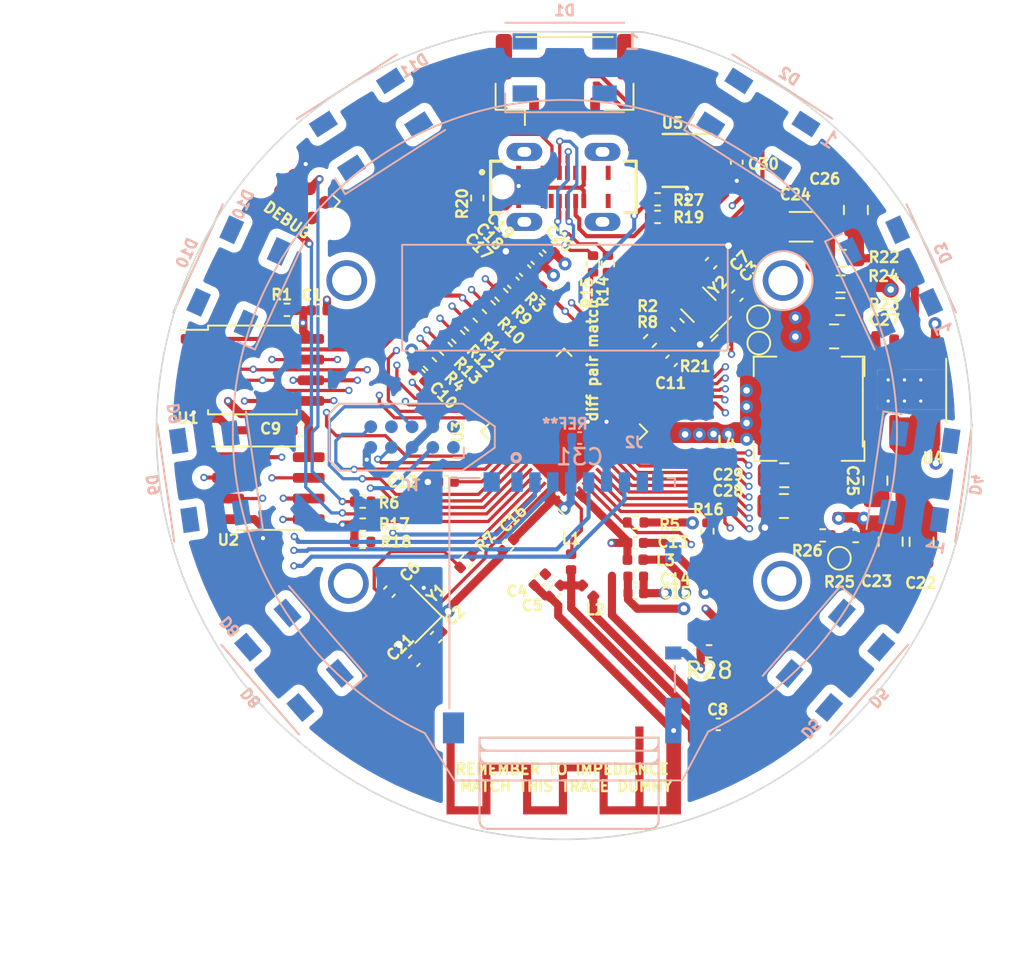
<source format=kicad_pcb>
(kicad_pcb (version 20211014) (generator pcbnew)
  (layers (0 "F.Cu" signal) (1 "In1.Cu" signal) (2 "In2.Cu" signal) (31 "B.Cu" signal) (34 "B.Paste" user) (35 "F.Paste" user) (36 "B.SilkS" user "B.Silkscreen") (37 "F.SilkS" user "F.Silkscreen") (38 "B.Mask" user) (39 "F.Mask" user) (44 "Edge.Cuts" user))
  (net 0 "")
  (net 1 "+3V3")
  (net 2 "GND")
  (net 3 "/XTAL_P")
  (net 4 "/RTC_XTAL_P")
  (net 5 "/LNA_IN")
  (net 6 "Net-(AE1-Pad1)")
  (net 7 "/XTAL_N")
  (net 8 "/RTC_XTAL_N")
  (net 9 "Net-(C8-Pad2)")
  (net 10 "/SPICLK_P")
  (net 11 "/VDDRTC")
  (net 12 "/VDDCPU")
  (net 13 "Net-(C21-Pad1)")
  (net 15 "/MTMS")
  (net 16 "/MTCK")
  (net 17 "/MTDO")
  (net 19 "/MTDI")
  (net 23 "/SPICS0")
  (net 24 "/SPICS1")
  (net 25 "/CHIP_PU")
  (net 26 "/U0TXD")
  (net 27 "Net-(R6-Pad2)")
  (net 28 "Net-(R7-Pad2)")
  (net 29 "Net-(R8-Pad2)")
  (net 30 "/SPIHD")
  (net 31 "Net-(R9-Pad2)")
  (net 32 "/SPIWP")
  (net 33 "Net-(R10-Pad2)")
  (net 34 "/SPICLK")
  (net 35 "Net-(R11-Pad2)")
  (net 36 "/SPIQ")
  (net 37 "Net-(R12-Pad2)")
  (net 38 "/SPID")
  (net 39 "Net-(R13-Pad2)")
  (net 40 "/GPIO19")
  (net 41 "/USB_D_N")
  (net 42 "/GPIO20")
  (net 43 "/USB_D_P")
  (net 44 "/GPIO0")
  (net 45 "/GPIO0_BOOTSTRAP")
  (net 46 "/GPIO45")
  (net 47 "/GPIO46")
  (net 48 "/GPIO1")
  (net 49 "/GPIO2")
  (net 50 "/GPIO3")
  (net 51 "/GPIO4")
  (net 52 "/GPIO5")
  (net 53 "/GPIO6")
  (net 54 "/GPIO7")
  (net 55 "/GPIO8")
  (net 56 "/GPIO9")
  (net 57 "/GPIO10")
  (net 58 "/GPIO11")
  (net 59 "/GPIO12")
  (net 60 "/GPIO13")
  (net 61 "/GPIO14")
  (net 62 "/GPIO17")
  (net 63 "/GPIO18")
  (net 64 "/GPIO21")
  (net 65 "/SPICLK_N")
  (net 66 "/GPIO36")
  (net 67 "/GPIO38")
  (net 68 "/U0RXD")
  (net 107 "/VIN")
  (net 108 "Net-(C24-Pad1)")
  (net 109 "Net-(C25-Pad1)")
  (net 110 "Net-(C25-Pad2)")
  (net 111 "Net-(C26-Pad1)")
  (net 112 "Net-(C27-Pad2)")
  (net 113 "Net-(R21-Pad1)")
  (net 114 "/VBAT_SENSE")
  (net 123 "/CAN_EN")
  (net 124 "/CAN_P")
  (net 125 "/CAN_N")
  (net 126 "/CAN_DRV_N")
  (net 127 "/CAN_DRV_P")
  (net 128 "/CC2")
  (net 129 "/CC1")
  (net 130 "Net-(J2-PadSWA)")
  (net 132 "/FSPID")
  (net 133 "/FSPIQ")
  (net 134 "/FSPICS0")
  (net 135 "/FSPIHD")
  (net 136 "/USB_VBUS")
  (footprint "Resistor_SMD:R_0603_1608Metric_Pad0.98x0.95mm_HandSolder" (layer "F.Cu") (at 84.605 54.735 180)
    (fp_text reference "R24")
    (fp_text value "10k")
  )
  (footprint "Inductor_SMD:L_0402_1005Metric" (layer "F.Cu") (at 69.067956 73.595786 -45)
    (fp_text reference "L2")
    (fp_text value "L_Small")
  )
  (footprint "Resistor_SMD:R_0402_1005Metric" (layer "F.Cu") (at 55.252956 69.515786 180)
    (fp_text reference "R17")
    (fp_text value "10k")
  )
  (footprint "Resistor_SMD:R_0402_1005Metric" (layer "F.Cu") (at 69.397038 53.507781 90)
    (fp_text reference "R15")
    (fp_text value "0")
  )
  (footprint "Resistor_SMD:R_0402_1005Metric" (layer "F.Cu") (at 74.594371 57.26073 135)
    (fp_text reference "R2")
    (fp_text value "DNP")
  )
  (footprint "Capacitor_SMD:C_0402_1005Metric" (layer "F.Cu") (at 74.219371 59.46073 45)
    (fp_text reference "C11")
    (fp_text value "0.1uF")
  )
  (footprint "Capacitor_SMD:C_0402_1005Metric" (layer "F.Cu") (at 52.578342 56.3552)
    (fp_text reference "C1")
    (fp_text value "0.1uF")
  )
  (footprint "Resistor_SMD:R_0402_1005Metric" (layer "F.Cu") (at 73.36 50.62)
    (fp_text reference "R19")
    (fp_text value "51k")
  )
  (footprint "Capacitor_SMD:C_0805_2012Metric_Pad1.18x1.45mm_HandSolder" (layer "F.Cu") (at 86.74 66.815 -90)
    (fp_text reference "C25")
    (fp_text value "0.1uf")
  )
  (footprint "Resistor_SMD:R_0603_1608Metric_Pad0.98x0.95mm_HandSolder" (layer "F.Cu") (at 84.58 56.129999)
    (fp_text reference "R23")
    (fp_text value "52.3k")
  )
  (footprint "Capacitor_SMD:C_0805_2012Metric_Pad1.18x1.45mm_HandSolder" (layer "F.Cu") (at 81.145001 66.485 180)
    (fp_text reference "C29")
    (fp_text value "DNP")
  )
  (footprint "Capacitor_SMD:C_0402_1005Metric" (layer "F.Cu") (at 77.087956 81.785786 180)
    (fp_text reference "C8")
    (fp_text value "C_Small")
  )
  (footprint "Capacitor_SMD:C_0402_1005Metric" (layer "F.Cu") (at 78.223223 47.25962 -90)
    (fp_text reference "C30")
    (fp_text value "0.1uF")
  )
  (footprint "Resistor_SMD:R_0402_1005Metric" (layer "F.Cu") (at 55.252956 68.105787)
    (fp_text reference "R6")
    (fp_text value "499")
  )
  (footprint "Capacitor_SMD:C_0402_1005Metric" (layer "F.Cu") (at 60.394371 66.88573 180)
    (fp_text reference "C12")
    (fp_text value "0.1uF")
  )
  (footprint "Inductor_SMD:L_Bourns-SRN6028" (layer "F.Cu") (at 82.665 62.4 180)
    (fp_text reference "L4")
    (fp_text value "6.8uh")
  )
  (footprint "Inductor_SMD:L_0402_1005Metric" (layer "F.Cu") (at 68.047956 71.815786 -90)
    (fp_text reference "L1")
    (fp_text value "L_Small")
  )
  (footprint "Capacitor_SMD:C_0402_1005Metric" (layer "F.Cu") (at 78.254371 55.45573 45)
    (fp_text reference "C3")
    (fp_text value "C_Small")
  )
  (footprint "Resistor_SMD:R_0402_1005Metric" (layer "F.Cu") (at 59.384371 59.65073 135)
    (fp_text reference "R4")
    (fp_text value "442k")
  )
  (footprint "Capacitor_SMD:C_0805_2012Metric_Pad1.18x1.45mm_HandSolder" (layer "F.Cu") (at 89.575 70.575 90)
    (fp_text reference "C22")
    (fp_text value "10uf")
  )
  (footprint "Capacitor_SMD:C_0402_1005Metric" (layer "F.Cu") (at 65.944371 53.190729 135)
    (fp_text reference "C19")
    (fp_text value "10uF")
  )
  (footprint "Resistor_SMD:R_0402_1005Metric" (layer "F.Cu") (at 63.769371 55.41073 -45)
    (fp_text reference "R9")
    (fp_text value "0")
  )
  (footprint "Crystal:Crystal_SMD_2016-4Pin_2.0x1.6mm" (layer "F.Cu") (at 58.344371 75.01073 135)
    (fp_text reference "Y1")
    (fp_text value "40MHZ")
  )
  (footprint "Capacitor_SMD:C_0402_1005Metric" (layer "F.Cu") (at 56.894371 73.63573 45)
    (fp_text reference "C6")
    (fp_text value "C_Small")
  )
  (footprint "TestPoint:TestPoint_Pad_D1.0mm" (layer "F.Cu") (at 79.58 58.37 90)
    (fp_text reference "TP2" hide)
    (fp_text value "3V3OUT")
  )
  (footprint "Resistor_SMD:R_0402_1005Metric" (layer "F.Cu") (at 61.11937 57.98573 -45)
    (fp_text reference "R12")
    (fp_text value "0")
  )
  (footprint "Resistor_SMD:R_0402_1005Metric" (layer "F.Cu") (at 72.011062 69.385372)
    (fp_text reference "R5")
    (fp_text value "10k")
  )
  (footprint "Capacitor_SMD:C_0402_1005Metric" (layer "F.Cu") (at 66.127956 72.895786 45)
    (fp_text reference "C4")
    (fp_text value "C_Small")
  )
  (footprint "Resistor_SMD:R_0402_1005Metric" (layer "F.Cu") (at 62.994372 56.16073 -45)
    (fp_text reference "R10")
    (fp_text value "0")
  )
  (footprint "Package_SO:SOIC-8_3.9x4.9mm_P1.27mm" (layer "F.Cu") (at 49.46 67.280001)
    (fp_text reference "U2")
    (fp_text value "ESP-PSRAM32")
  )
  (footprint "Capacitor_SMD:C_0402_1005Metric" (layer "F.Cu") (at 64.174371 70.770731 -135)
    (fp_text reference "C16")
    (fp_text value "10uF")
  )
  (footprint "Resistor_SMD:R_0402_1005Metric" (layer "F.Cu") (at 76.41927 69.924371 -90)
    (fp_text reference "R16")
    (fp_text value "10k")
  )
  (footprint "Capacitor_SMD:C_0402_1005Metric" (layer "F.Cu") (at 72.014371 70.64073 180)
    (fp_text reference "C13")
    (fp_text value "C_Small")
  )
  (footprint "Resistor_SMD:R_0402_1005Metric" (layer "F.Cu") (at 73.36 49.535)
    (fp_text reference "R27")
    (fp_text value "10k")
  )
  (footprint "Connector:Tag-Connect_TC2030-IDC-NL_2x03_P1.27mm_Vertical" (layer "F.Cu") (at 51.58 49.375 139)
    (fp_text reference "J6" hide)
    (fp_text value "TC2030-IDC")
  )
  (footprint "TestPoint:TestPoint_Pad_D1.0mm" (layer "F.Cu") (at 84.525 71.585)
    (fp_text reference "TP3" hide)
    (fp_text value "VBAT_SENSE")
  )
  (footprint "Resistor_SMD:R_0402_1005Metric" (layer "F.Cu") (at 70.310158 53.503743 90)
    (fp_text reference "R14")
    (fp_text value "0")
  )
  (footprint "Capacitor_SMD:C_0805_2012Metric_Pad1.18x1.45mm_HandSolder" (layer "F.Cu") (at 81.12 68.375 180)
    (fp_text reference "C28")
    (fp_text value "DNP")
  )
  (footprint "Package_SO:SOIC-8-1EP_3.9x4.9mm_P1.27mm_EP2.29x3mm_ThermalVias" (layer "F.Cu") (at 88.525 61.28 90)
    (fp_text reference "U4")
    (fp_text value "AP64200Q")
  )
  (footprint "Package_SO:SOIC-8_5.23x5.23mm_P1.27mm" (layer "F.Cu") (at 48.477122 60.018013)
    (fp_text reference "U1")
    (fp_text value "W25Q128JVS")
  )
  (footprint "Capacitor_SMD:C_0805_2012Metric_Pad1.18x1.45mm_HandSolder" (layer "F.Cu") (at 87.675 70.564999 90)
    (fp_text reference "C23")
    (fp_text value "10uf")
  )
  (footprint "Resistor_SMD:R_0402_1005Metric" (layer "F.Cu") (at 85.53 70.219999 180)
    (fp_text reference "R25")
    (fp_text value "36k")
  )
  (footprint "Resistor_SMD:R_0402_1005Metric" (layer "F.Cu") (at 66.584371 55.30073 135)
    (fp_text reference "R3")
    (fp_text value "100k")
  )
  (footprint "Capacitor_SMD:C_0402_1005Metric" (layer "F.Cu") (at 58.734371 60.34073 135)
    (fp_text reference "C10")
    (fp_text value "1uF")
  )
  (footprint "Capacitor_SMD:C_0805_2012Metric_Pad1.18x1.45mm_HandSolder" (layer "F.Cu") (at 84.2 57.96)
    (fp_text reference "C27")
    (fp_text value "DNP")
  )
  (footprint "Package_DFN_QFN:QFN-56-1EP_7x7mm_P0.4mm_EP5.6x5.6mm" (layer "F.Cu") (at 67.619371 63.810729 135)
    (fp_text reference "U3")
    (fp_text value "ESP32-S3R2")
  )
  (footprint "Connector_JST:JST_GH_BM04B-GHS-TBT_1x04-1MP_P1.25mm_Vertical" (layer "F.Cu") (at 67.646662 42.179379)
    (fp_text reference "J3" hide)
    (fp_text value "PWR_CAN")
  )
  (footprint "TestPoint:TestPoint_Pad_D1.0mm" (layer "F.Cu") (at 79.56 56.76 90)
    (fp_text reference "TP1" hide)
    (fp_text value "3V3OUT")
  )
  (footprint "Capacitor_SMD:C_0402_1005Metric" (layer "F.Cu") (at 64.504371 54.66073 135)
    (fp_text reference "C17")
    (fp_text value "1uF")
  )
  (footprint "Resistor_SMD:R_0603_1608Metric_Pad0.98x0.95mm_HandSolder" (layer "F.Cu") (at 77.23799 58.424558 -135)
    (fp_text reference "R21")
    (fp_text value "200k")
  )
  (footprint "RF_Antenna:Texas_SWRA117D_2.4GHz_Right" (layer "F.Cu") (at 72.247956 82.165786 180)
    (fp_text reference "AE1" hide)
    (fp_text value "Antenna_Shield")
  )
  (footprint "Capacitor_SMD:C_0805_2012Metric_Pad1.18x1.45mm_HandSolder" (layer "F.Cu") (at 85.54 50.195 90)
    (fp_text reference "C26")
    (fp_text value "DNP")
  )
  (footprint "Capacitor_SMD:C_0402_1005Metric" (layer "F.Cu") (at 66.664371 52.480731 135)
    (fp_text reference "C20")
    (fp_text value "1uF")
  )
  (footprint "Package_DFN_QFN:DFN-8-1EP_3x3mm_P0.5mm_EP1.66x2.38mm" (layer "F.Cu") (at 75.175 47.15 180)
    (fp_text reference "U5")
    (fp_text value "LTC2875-DD")
  )
  (footprint "Capacitor_SMD:C_0402_1005Metric" (layer "F.Cu") (at 67.052956 73.585786 45)
    (fp_text reference "C5")
    (fp_text value "C_Small")
  )
  (footprint "Capacitor_SMD:C_0402_1005Metric" (layer "F.Cu") (at 72.024371 73.727825)
    (fp_text reference "C15")
    (fp_text value "1uF")
  )
  (footprint "Capacitor_SMD:C_0402_1005Metric" (layer "F.Cu") (at 65.224371 53.92073 135)
    (fp_text reference "C18")
    (fp_text value "0.1uF")
  )
  (footprint "Inductor_SMD:L_0402_1005Metric" (layer "F.Cu") (at 71.994372 71.67015)
    (fp_text reference "L3")
    (fp_text value "0H")
  )
  (footprint "Connector_GCT_USB:GCT_USB4120-03-C_REVA" (layer "F.Cu") (at 67.577365 48.775528)
    (fp_text reference "J4" hide)
    (fp_text value "USB4120-03-C_REVA")
    (fp_line (start 3.85 0.26) (end 3.65 0.26) (layer "Edge.Cuts") (width 0.01))
    (fp_line (start 3.65 -0.26) (end 3.85 -0.26) (layer "Edge.Cuts") (width 0.01))
    (fp_arc (start 3.65 0.26) (mid 3.466152 0.183848) (end 3.39 0) (layer "Edge.Cuts") (width 0.01))
    (fp_arc (start 3.85 -0.26) (mid 4.033848 -0.183848) (end 4.11 0) (layer "Edge.Cuts") (width 0.01))
    (fp_arc (start 3.39 0) (mid 3.466152 -0.183848) (end 3.65 -0.26) (layer "Edge.Cuts") (width 0.01))
    (fp_arc (start 4.11 0) (mid 4.033848 0.183848) (end 3.85 0.26) (layer "Edge.Cuts") (width 0.01))
  )
  (footprint "Capacitor_SMD:C_0402_1005Metric" (layer "F.Cu") (at 59.758585 76.424944 -135)
    (fp_text reference "C2")
    (fp_text value "C_Small")
  )
  (footprint "Resistor_SMD:R_0402_1005Metric" (layer "F.Cu") (at 55.242956 70.575785 180)
    (fp_text reference "R18")
    (fp_text value "10k")
  )
  (footprint "Resistor_SMD:R_0402_1005Metric" (layer "F.Cu") (at 83.505 70.18 180)
    (fp_text reference "R26")
    (fp_text value "10k")
  )
  (footprint "Capacitor_SMD:C_0402_1005Metric" (layer "F.Cu") (at 51.447803 63.723253 180)
    (fp_text reference "C9")
    (fp_text value "0.1uF")
  )
  (footprint "Resistor_SMD:R_0402_1005Metric" (layer "F.Cu") (at 76.525 77.3 180)
    (fp_text reference "R28")
    (fp_text value "10k")
  )
  (footprint "Resistor_SMD:R_0603_1608Metric_Pad0.98x0.95mm_HandSolder" (layer "F.Cu") (at 84.670001 53.165 180)
    (fp_text reference "R22")
    (fp_text value "14k")
  )
  (footprint "Resistor_SMD:R_0402_1005Metric" (layer "F.Cu") (at 60.354995 58.721355 -45)
    (fp_text reference "R13")
    (fp_text value "0")
  )
  (footprint "Resistor_SMD:R_0402_1005Metric" (layer "F.Cu") (at 50.59756 56.326916 180)
    (fp_text reference "R1")
    (fp_text value "100k")
  )
  (footprint "Resistor_SMD:R_0402_1005Metric" (layer "F.Cu") (at 72.894371 58.23573 -135)
    (fp_text reference "R8")
    (fp_text value "0")
  )
  (footprint "Capacitor_SMD:C_0402_1005Metric" (layer "F.Cu") (at 72.01768 72.708405)
    (fp_text reference "C14")
    (fp_text value "0.1uF")
  )
  (footprint "Capacitor_SMD:C_1206_3216Metric" (layer "F.Cu") (at 82.175 51.225 180)
    (fp_text reference "C24")
    (fp_text value "5.6nf")
  )
  (footprint "Resistor_SMD:R_0402_1005Metric" (layer "F.Cu") (at 61.894371 57.23573 -45)
    (fp_text reference "R11")
    (fp_text value "0")
  )
  (footprint "Capacitor_SMD:C_0402_1005Metric" (layer "F.Cu") (at 58.419957 77.881317 45)
    (fp_text reference "C21")
    (fp_text value "1uF")
  )
  (footprint "Resistor_SMD:R_0402_1005Metric" (layer "F.Cu") (at 61.594372 71.78573 45)
    (fp_text reference "R7")
    (fp_text value "0")
  )
  (footprint "Resistor_SMD:R_0402_1005Metric" (layer "F.Cu") (at 62.29 49.460001 -90)
    (fp_text reference "R20")
    (fp_text value "51k")
  )
  (footprint "Capacitor_SMD:C_0402_1005Metric" (layer "F.Cu") (at 76.644371 53.46073 45)
    (fp_text reference "C7")
    (fp_text value "C_Small")
  )
  (footprint "Crystal:Crystal_SMD_MicroCrystal_CC7V-T1A-2Pin_3.2x1.5mm" (layer "F.Cu") (at 75.86937 56.01073 135)
    (fp_text reference "Y2")
    (fp_text value "32.7k")
  )
  (footprint "LED_SMD:LED_WS2812B_PLCC4_5.0x5.0mm_P3.2mm" (layer "B.Cu") (at 47.643107 54.302615 -114.543)
    (fp_text reference "D10")
    (fp_text value "WS2812B")
  )
  (footprint "LED_SMD:LED_WS2812B_PLCC4_5.0x5.0mm_P3.2mm" (layer "B.Cu") (at 79.549412 44.933253 147.273)
    (fp_text reference "D2")
    (fp_text value "WS2812B")
  )
  (footprint "LED_SMD:LED_WS2812B_PLCC4_5.0x5.0mm_P3.2mm" (layer "B.Cu") (at 55.760424 44.933876 -147.27)
    (fp_text reference "D11" hide)
    (fp_text value "WS2812B")
  )
  (footprint "Connector_Hirose_SD:HRS_DM3AT-SF-PEJM5" (layer "B.Cu") (at 67.925328 66.901858 180)
    (fp_text reference "J2")
    (fp_text value "DM3AT-SF-PEJM5" hide)
  )
  (footprint "Connector:Tag-Connect_TC2050-IDC-NL_2x05_P1.27mm_Vertical" (layer "B.Cu") (at 58.284013 64.141043 180)
    (fp_text reference "J1")
    (fp_text value "Conn_ARM_JTAG_SWD_10")
  )
  (footprint "Capacitor_SMD:C_0402_1005Metric" (layer "B.Cu") (at 68.575 64.2)
    (fp_text reference "C31")
    (fp_text value "1uF")
  )
  (footprint "LED_SMD:LED_WS2812B_PLCC4_5.0x5.0mm_P3.2mm" (layer "B.Cu") (at 67.655403 41.440888 180)
    (fp_text reference "D1")
    (fp_text value "WS2812B")
  )
  (footprint "LED_SMD:LED_WS2812B_PLCC4_5.0x5.0mm_P3.2mm" (layer "B.Cu") (at 87.667219 54.301567 114.546)
    (fp_text reference "D3")
    (fp_text value "WS2812B")
  )
  (footprint "LED_SMD:LED_WS2812B_PLCC4_5.0x5.0mm_P3.2mm" (layer "B.Cu") (at 84.282167 77.847507 49.092)
    (fp_text reference "D5")
    (fp_text value "WS2812B")
  )
  (footprint "LED_SMD:LED_WS2812B_PLCC4_5.0x5.0mm_P3.2mm" (layer "B.Cu") (at 45.87945 66.572643 -81.816)
    (fp_text reference "D9")
    (fp_text value "WS2812B")
  )
  (footprint "LED_SMD:LED_WS2812B_PLCC4_5.0x5.0mm_P3.2mm" (layer "B.Cu") (at 89.431519 66.571503 81.819)
    (fp_text reference "D4")
    (fp_text value "WS2812B")
  )
  (footprint "Module_Waveshare:1.28-lcd" (layer "B.Cu") (at 67.67 63.83 180)
    (fp_text reference "REF**")
    (fp_text value "1.28-lcd")
  )
  (footprint "LED_SMD:LED_WS2812B_PLCC4_5.0x5.0mm_P3.2mm" (layer "B.Cu") (at 51.029392 77.848378 -49.089)
    (fp_text reference "D8")
    (fp_text value "WS2812B")
  )
  (gr_line (start 62.911674 39.236434) (end 72.43 39.260001) (layer "Edge.Cuts") (width 0.1))
  (gr_arc (start 72.43 39.260001) (mid 67.548032 88.848426) (end 62.911674 39.236434) (layer "Edge.Cuts") (width 0.1))
  (gr_text "diff pair match" (at 69.357322 59.424175 90) (layer "F.SilkS") (effects (font (size 0.65 0.65))))
  (gr_text "DEBUG" (at 50.605025 50.817157 325) (layer "F.SilkS") (effects (font (size 0.65 0.65))))
  (gr_text "REMEMBER TO IMPEDIANCE \nMATCH THIS TRACE DUMMY" (at 67.745971 85.060416) (layer "F.SilkS") (effects (font (size 0.65 0.65))))
  (segment (start 51.602534 56.3552) (end 51.602534 57.638425) (width 0.5) (layer "F.Cu") (net 1))
  (segment (start 71.544371 74.11073) (end 71.544372 73.727825) (width 0.5) (layer "F.Cu") (net 1))
  (segment (start 47.76959 62.726059) (end 51.451059 62.726059) (width 0.5) (layer "F.Cu") (net 1))
  (segment (start 51.602534 56.3552) (end 52.098341 56.3552) (width 0.5) (layer "F.Cu") (net 1))
  (segment (start 71.509371 71.67015) (end 71.509371 70.66573) (width 0.5) (layer "F.Cu") (net 1))
  (segment (start 68.777258 67.514202) (end 68.777938 67.514202) (width 0.2) (layer "F.Cu") (net 1))
  (segment (start 66.283782 53.530141) (end 66.293782 53.530141) (width 0.5) (layer "F.Cu") (net 1))
  (segment (start 66.954371 67.970629) (end 66.954371 67.951369) (width 0.5) (layer "F.Cu") (net 1))
  (segment (start 73.82015 71.67015) (end 72.47937 71.67015) (width 0.5) (layer "F.Cu") (net 1))
  (segment (start 64.513782 70.411218) (end 66.954371 67.970629) (width 0.5) (layer "F.Cu") (net 1))
  (segment (start 51.57598 57.125) (end 51.6 57.14902) (width 0.5) (layer "F.Cu") (net 1))
  (segment (start 77.035 75.41) (end 76.3 74.675) (width 0.5) (layer "F.Cu") (net 1))
  (segment (start 78.859743 49.015257) (end 78.859743 47.406382) (width 0.254) (layer "F.Cu") (net 1))
  (segment (start 77.035 77.3) (end 77.035 75.41) (width 0.5) (layer "F.Cu") (net 1))
  (segment (start 75.02 73.7) (end 75.02 72.87) (width 0.5) (layer "F.Cu") (net 1))
  (segment (start 67.625 68.525) (end 67.608641 68.525) (width 0.5) (layer "F.Cu") (net 1))
  (segment (start 72.114371 74.68073) (end 71.544371 74.11073) (width 0.5) (layer "F.Cu") (net 1))
  (segment (start 74.974371 74.68073) (end 72.114371 74.68073) (width 0.5) (layer "F.Cu") (net 1))
  (segment (start 67.027168 59.541573) (end 67.02649 59.541573) (width 0.2) (layer "F.Cu") (net 1))
  (segment (start 51.927803 65.367802) (end 51.927803 63.723253) (width 0.5) (layer "F.Cu") (net 1))
  (segment (start 78.859743 47.406382) (end 78.232981 46.77962) (width 0.254) (layer "F.Cu") (net 1))
  (segment (start 71.534371 70.64073) (end 70.53427 70.64073) (width 0.5) (layer "F.Cu") (net 1))
  (segment (start 75.474912 69.385372) (end 72.521061 69.385372) (width 0.5) (layer "F.Cu") (net 1))
  (segment (start 66.254371 58.769455) (end 66.254371 58.22073) (width 0.2) (layer "F.Cu") (net 1))
  (segment (start 66.254371 58.22073) (end 66.254371 56.41073) (width 0.5) (layer "F.Cu") (net 1))
  (segment (start 67.02649 59.541573) (end 66.254371 58.769455) (width 0.2) (layer "F.Cu") (net 1))
  (segment (start 67.003782 52.820141) (end 67.003782 52.830141) (width 0.5) (layer "F.Cu") (net 1))
  (segment (start 71.53768 73.721134) (end 71.544372 73.727825) (width 0.5) (layer "F.Cu") (net 1))
  (segment (start 75.49977 69.41023) (end 75.474912 69.385372) (width 0.5) (layer "F.Cu") (net 1))
  (segment (start 66.254371 56.41073) (end 64.843782 55.000141) (width 0.5) (layer "F.Cu") (net 1))
  (segment (start 51.935 65.375) (end 51.927803 65.367802) (width 0.5) (layer "F.Cu") (net 1))
  (segment (start 67.608641 68.525) (end 66.954371 67.87073) (width 0.5) (layer "F.Cu") (net 1))
  (segment (start 51.107559 56.326916) (end 51.135843 56.355199) (width 0.5) (layer "F.Cu") (net 1))
  (segment (start 76.575 46.9) (end 77.575 46.9) (width 0.254) (layer "F.Cu") (net 1))
  (segment (start 64.843782 54.980141) (end 67.003782 52.820141) (width 0.5) (layer "F.Cu") (net 1))
  (segment (start 51.135843 56.355199) (end 51.602534 56.3552) (width 0.5) (layer "F.Cu") (net 1))
  (segment (start 70.53427 70.64073) (end 70.525 70.65) (width 0.5) (layer "F.Cu") (net 1))
  (segment (start 67.003782 52.820141) (end 67.003782 52.81996) (width 0.5) (layer "F.Cu") (net 1))
  (segment (start 71.53768 72.708405) (end 71.53768 73.721134) (width 0.5) (layer "F.Cu") (net 1))
  (segment (start 66.223747 54.920106) (end 65.563782 54.260141) (width 0.5) (layer "F.Cu") (net 1))
  (segment (start 51.6 57.14902) (end 51.6 57.635891) (width 0.5) (layer "F.Cu") (net 1))
  (segment (start 66.293782 53.530141) (end 66.964371 54.20073) (width 0.5) (layer "F.Cu") (net 1))
  (segment (start 46.975 61.931469) (end 47.76959 62.726059) (width 0.5) (layer "F.Cu") (net 1))
  (segment (start 78.193603 46.75) (end 78.223223 46.77962) (width 0.254) (layer "F.Cu") (net 1))
  (segment (start 67.003782 52.830141) (end 67.674371 53.50073) (width 0.5) (layer "F.Cu") (net 1))
  (segment (start 71.534371 70.64073) (end 71.534371 70.565317) (width 0.5) (layer "F.Cu") (net 1))
  (segment (start 71.509371 70.66573) (end 71.534371 70.64073) (width 0.5) (layer "F.Cu") (net 1))
  (segment (start 64.843782 55.000141) (end 64.843782 54.980141) (width 0.5) (layer "F.Cu") (net 1))
  (segment (start 68.625 67.655946) (end 68.625 67.625) (width 0.5) (layer "F.Cu") (net 1))
  (segment (start 78.232981 46.77962) (end 78.223223 46.77962) (width 0.254) (layer "F.Cu") (net 1))
  (segment (start 66.223747 54.940106) (end 66.223747 54.920106) (width 0.5) (layer "F.Cu") (net 1))
  (segment (start 64.513782 70.431319) (end 64.513782 70.411218) (width 0.5) (layer "F.Cu") (net 1))
  (segment (start 51.6 57.635891) (end 52.077122 58.113013) (width 0.5) (layer "F.Cu") (net 1))
  (segment (start 71.534371 70.565317) (end 68.625 67.655946) (width 0.5) (layer "F.Cu") (net 1))
  (segment (start 51.451059 62.726059) (end 51.927803 63.202803) (width 0.5) (layer "F.Cu") (net 1))
  (segment (start 77.95 49.925) (end 78.859743 49.015257) (width 0.254) (layer "F.Cu") (net 1))
  (segment (start 51.602534 57.638425) (end 52.077122 58.113013) (width 0.5) (layer "F.Cu") (net 1))
  (segment (start 77.575 46.9) (end 77.725 46.75) (width 0.254) (layer "F.Cu") (net 1))
  (segment (start 51.927803 63.202803) (end 51.927803 63.723253) (width 0.5) (layer "F.Cu") (net 1))
  (segment (start 46.975 61.925) (end 46.975 61.931469) (width 0.5) (layer "F.Cu") (net 1))
  (segment (start 77.725 46.75) (end 78.193603 46.75) (width 0.254) (layer "F.Cu") (net 1))
  (segment (start 75.02 72.87) (end 73.82015 71.67015) (width 0.5) (layer "F.Cu") (net 1))
  (via (at 81.825 57.975) (size 0.8) (drill 0.4) (layers "F.Cu" "B.Cu") (net 1))
  (via (at 77.95 49.925) (size 0.45) (drill 0.254) (layers "F.Cu" "B.Cu") (net 1))
  (via (at 77.7 63.95) (size 0.8) (drill 0.4) (layers "F.Cu" "B.Cu") (net 1))
  (via (at 46.975 61.925) (size 0.45) (drill 0.254) (layers "F.Cu" "B.Cu") (net 1))
  (via (at 66.964371 54.20073) (size 0.8) (drill 0.4) (layers "F.Cu" "B.Cu") (net 1))
  (via (at 76.8 63.95) (size 0.8) (drill 0.4) (layers "F.Cu" "B.Cu") (net 1))
  (via (at 78.825 63.275) (size 0.8) (drill 0.4) (layers "F.Cu" "B.Cu") (net 1))
  (via (at 75.49977 69.41023) (size 0.8) (drill 0.4) (layers "F.Cu" "B.Cu") (net 1))
  (via (at 75.05 63.975) (size 0.8) (drill 0.4) (layers "F.Cu" "B.Cu") (net 1))
  (via (at 81.825 56.8) (size 0.8) (drill 0.4) (layers "F.Cu" "B.Cu") (net 1))
  (via (at 74.974371 74.68073) (size 0.8) (drill 0.4) (layers "F.Cu" "B.Cu") (net 1))
  (via (at 51.57598 57.125) (size 0.45) (drill 0.254) (layers "F.Cu" "B.Cu") (net 1))
  (via (at 70.525 70.65) (size 0.45) (drill 0.254) (layers "F.Cu" "B.Cu") (net 1))
  (via (at 75.925 63.975) (size 0.8) (drill 0.4) (layers "F.Cu" "B.Cu") (net 1))
  (via (at 67.625 68.525) (size 0.8) (drill 0.4) (layers "F.Cu" "B.Cu") (net 1))
  (via (at 76.3 74.675) (size 0.45) (drill 0.254) (layers "F.Cu" "B.Cu") (net 1))
  (via (at 78.825 62.275) (size 0.8) (drill 0.4) (layers "F.Cu" "B.Cu") (net 1))
  (via (at 67.674371 53.50073) (size 0.8) (drill 0.4) (layers "F.Cu" "B.Cu") (net 1))
  (via (at 78.825 61.275) (size 0.8) (drill 0.4) (layers "F.Cu" "B.Cu") (net 1))
  (via (at 75.02 73.7) (size 0.8) (drill 0.4) (layers "F.Cu" "B.Cu") (net 1))
  (via (at 78.825 64.275) (size 0.8) (drill 0.4) (layers "F.Cu" "B.Cu") (net 1))
  (segment (start 68.025328 68.124672) (end 68.025328 66.901858) (width 0.5) (layer "B.Cu") (net 1))
  (segment (start 68.095 64.2) (end 68.095 66.832186) (width 0.5) (layer "B.Cu") (net 1))
  (segment (start 67.625 68.525) (end 68.025328 68.124672) (width 0.5) (layer "B.Cu") (net 1))
  (segment (start 68.095 66.832186) (end 68.025328 66.901858) (width 0.5) (layer "B.Cu") (net 1))
  (segment (start 65.60496 52.851319) (end 65.60496 52.84279) (width 0.5) (layer "F.Cu") (net 2))
  (segment (start 82.995 70.08) (end 82.995 71.895) (width 0.5) (layer "F.Cu") (net 2))
  (segment (start 82.995 71.895) (end 84.025 72.925) (width 0.5) (layer "F.Cu") (net 2))
  (segment (start 53.058342 55.708342) (end 53.058342 56.3552) (width 0.5) (layer "F.Cu") (net 2))
  (segment (start 64.16496 54.321319) (end 64.16496 54.301319) (width 0.5) (layer "F.Cu") (net 2))
  (segment (start 58.450437 75.894614) (end 58.528253 75.894613) (width 0.5) (layer "F.Cu") (net 2))
  (segment (start 75.14 49.535) (end 73.87 49.535) (width 0.5) (layer "F.Cu") (net 2))
  (segment (start 46.985 69.185001) (end 48.610001 69.185001) (width 0.5) (layer "F.Cu") (net 2))
  (segment (start 76.575 47.4) (end 77.55 47.4) (width 0.254) (layer "F.Cu") (net 2))
  (segment (start 77.113683 53.603683) (end 78.593782 55.083782) (width 0.5) (layer "F.Cu") (net 2))
  (segment (start 59.023746 59.290106) (end 59.023746 59.372532) (width 0.5) (layer "F.Cu") (net 2))
  (segment (start 78.880101 51.225) (end 77.719371 52.38573) (width 1) (layer "F.Cu") (net 2))
  (segment (start 66.713545 73.925197) (end 66.478545 73.925197) (width 0.5) (layer "F.Cu") (net 2))
  (segment (start 82.026683 69.776683) (end 82.33 70.08) (width 0.5) (layer "F.Cu") (net 2))
  (segment (start 76.983782 53.121319) (end 77.113683 53.25122) (width 0.5) (layer "F.Cu") (net 2))
  (segment (start 46.985 69.185) (end 46.966669 69.20333) (width 0.5) (layer "F.Cu") (net 2))
  (segment (start 51.038116 48.061884) (end 51.038116 48.062564) (width 0.5) (layer "F.Cu") (net 2))
  (segment (start 85.54 49.1575) (end 81.5925 49.1575) (width 1) (layer "F.Cu") (net 2))
  (segment (start 78.593782 55.083782) (end 78.593782 55.116319) (width 0.5) (layer "F.Cu") (net 2))
  (segment (start 58.238305 74.126847) (end 58.06431 74.126847) (width 0.5) (layer "F.Cu") (net 2))
  (segment (start 59.023746 59.372532) (end 58.394959 60.001319) (width 0.5) (layer "F.Cu") (net 2))
  (segment (start 59.25 66.9) (end 59.26427 66.88573) (width 0.254) (layer "F.Cu") (net 2))
  (segment (start 66.478545 73.925197) (end 65.788545 73.235197) (width 0.5) (layer "F.Cu") (net 2))
  (segment (start 78.641319 55.116319) (end 79.56 56.035) (width 0.5) (layer "F.Cu") (net 2))
  (segment (start 47.17229 63.723253) (end 50.967803 63.723253) (width 0.5) (layer "F.Cu") (net 2))
  (segment (start 72.504372 72.715096) (end 72.49768 72.708405) (width 0.5) (layer "F.Cu") (net 2))
  (segment (start 75.175 47.15) (end 75.175 48.875) (width 0.5) (layer "F.Cu") (net 2))
  (segment (start 75.975 58.452038) (end 76.592755 59.069793) (width 0.5) (layer "F.Cu") (net 2))
  (segment (start 75.15 49.525) (end 75.14 49.535) (width 0.5) (layer "F.Cu") (net 2))
  (segment (start 84.025 72.925) (end 86.275 72.925) (width 0.5) (layer "F.Cu") (net 2))
  (segment (start 77.567956 81.915786) (end 77.682956 81.800786) (width 0.5) (layer "F.Cu") (net 2))
  (segment (start 78.225 48.4) (end 78.225 47.741397) (width 0.254) (layer "F.Cu") (net 2))
  (segment (start 58.759368 77.541906) (end 58.759368 77.424161) (width 0.5) (layer "F.Cu") (net 2))
  (segment (start 73.78 70.64073) (end 72.494371 70.64073) (width 0.5) (layer "F.Cu") (net 2))
  (segment (start 87.89 60.645) (end 88.525 61.28) (width 0.5) (layer "F.Cu") (net 2))
  (segment (start 57.93505 76.46495) (end 57.93505 76.41) (width 0.5) (layer "F.Cu") (net 2))
  (segment (start 73.817276 73.727825) (end 73.834371 73.71073) (width 0.5) (layer "F.Cu") (net 2))
  (segment (start 72.504371 73.727825) (end 73.817276 73.727825) (width 0.5) (layer "F.Cu") (net 2))
  (segment (start 62.29 49.970001) (end 64.029999 49.970001) (width 0.5) (layer "F.Cu") (net 2))
  (segment (start 81.55 51.225) (end 80.7 51.225) (width 0.5) (layer "F.Cu") (net 2))
  (segment (start 76.983782 53.121319) (end 77.719371 52.38573) (width 0.5) (layer "F.Cu") (net 2))
  (segment (start 63.83496 71.363782) (end 63.83496 71.110141) (width 0.5) (layer "F.Cu") (net 2))
  (segment (start 67.257956 74.469608) (end 66.713545 73.925197) (width 0.5) (layer "F.Cu") (net 2))
  (segment (start 87.89 58.805) (end 87.89 60.645) (width 0.5) (layer "F.Cu") (net 2))
  (segment (start 66.32496 52.141319) (end 66.313489 52.141319) (width 0.5) (layer "F.Cu") (net 2))
  (segment (start 74.347956 82.165786) (end 74.307956 82.165786) (width 0.5) (layer "F.Cu") (net 2))
  (segment (start 45.265809 63.015809) (end 46.464846 63.015809) (width 0.5) (layer "F.Cu") (net 2))
  (segment (start 58.238305 74.126847) (end 58.273153 74.126847) (width 0.5) (layer "F.Cu") (net 2))
  (segment (start 75.975 58.45) (end 75.230102 58.45) (width 0.5) (layer "F.Cu") (net 2))
  (segment (start 53.05 55.7) (end 53.058342 55.708342) (width 0.5) (layer "F.Cu") (net 2))
  (segment (start 59.397995 76.764355) (end 59.419175 76.764355) (width 0.5) (layer "F.Cu") (net 2))
  (segment (start 48.610001 69.185001) (end 49.125 69.7) (width 0.5) (layer "F.Cu") (net 2))
  (segment (start 77.567956 81.415786) (end 76.967467 80.815297) (width 0.5) (layer "F.Cu") (net 2))
  (segment (start 54.009214 69.515786) (end 54 69.525) (width 0.5) (layer "F.Cu") (net 2))
  (segment (start 79.56 56.035) (end 79.56 56.76) (width 0.5) (layer "F.Cu") (net 2))
  (segment (start 81.5925 49.1575) (end 80.7 50.05) (width 1) (layer "F.Cu") (net 2))
  (segment (start 82.7 53.625) (end 82.7 52.375) (width 0.5) (layer "F.Cu") (net 2))
  (segment (start 76.27 73.69) (end 76.27 73.13073) (width 0.5) (layer "F.Cu") (net 2))
  (segment (start 78.225 47.741397) (end 78.223223 47.73962) (width 0.254) (layer "F.Cu") (net 2))
  (segment (start 58.254371 58.8005) (end 58.743977 59.290106) (width 0.5) (layer "F.Cu") (net 2))
  (segment (start 57.93505 76.41) (end 58.450437 75.894614) (width 0.5) (layer "F.Cu") (net 2))
  (segment (start 67.257956 75.115786) (end 67.257956 74.469608) (width 0.5) (layer "F.Cu") (net 2))
  (segment (start 64.16496 54.301319) (end 66.32496 52.141319) (width 0.5) (layer "F.Cu") (net 2))
  (segment (start 77.55 47.4) (end 77.88962 47.73962) (width 0.254) (layer "F.Cu") (net 2))
  (segment (start 49.125 69.7) (end 49.125 70.35) (width 0.5) (layer "F.Cu") (net 2))
  (segment (start 80.7 50.05) (end 80.7 51.225) (width 1) (layer "F.Cu") (net 2))
  (segment (start 64.88496 53.581319) (end 64.88496 53.57279) (width 0.5) (layer "F.Cu") (net 2))
  (segment (start 83.6925 54.6175) (end 82.7 53.625) (width 0.5) (layer "F.Cu") (net 2))
  (segment (start 64.88496 53.57279) (end 64.042957 52.730786) (width 0.5) (layer "F.Cu") (net 2))
  (segment (start 58.528253 75.894613) (end 59.397995 76.764355) (width 0.5) (layer "F.Cu") (net 2))
  (segment (start 82.33 70.08) (end 82.995 70.08) (width 0.5) (layer "F.Cu") (net 2))
  (segment (start 88.79 60.545) (end 89.425 61.18) (width 0.5) (layer "F.Cu") (net 2))
  (segment (start 54.742956 69.515786) (end 54.009214 69.515786) (width 0.5) (layer "F.Cu") (net 2))
  (segment (start 46.464846 63.015809) (end 47.17229 63.723253) (width 0.5) (layer "F.Cu") (net 2))
  (segment (start 80.751466 69.776683) (end 82.026683 69.776683) (width 0.5) (layer "F.Cu") (net 2))
  (segment (start 57.5 76.9) (end 57.93505 76.46495) (width 0.5) (layer "F.Cu") (net 2))
  (segment (start 44.875 61.925134) (end 44.877121 61.923013) (width 0.5) (layer "F.Cu") (net 2))
  (segment (start 57.233782 73.296319) (end 57.233782 73.283782) (width 0.5) (layer "F.Cu") (net 2))
  (segment (start 86.275 72.925) (end 86.55 72.65) (width 0.5) (layer "F.Cu") (net 2))
  (segment (start 72.504371 73.727825) (end 72.504372 72.715096) (width 0.5) (layer "F.Cu") (net 2))
  (segment (start 64.827365 49.640528) (end 64.827365 47.910528) (width 0.5) (layer "F.Cu") (net 2))
  (segment (start 76.297467 80.815298) (end 70.557956 75.075786) (width 0.5) (layer "F.Cu") (net 2))
  (segment (start 77.567956 81.785786) (end 77.567956 81.415786) (width 0.5) (layer "F.Cu") (net 2))
  (segment (start 76.27 73.13073) (end 73.78 70.64073) (width 0.5) (layer "F.Cu") (net 2))
  (segment (start 51.725 47.375) (end 51.038116 48.061884) (width 0.5) (layer "F.Cu") (net 2))
  (segment (start 75.975 58.45) (end 75.975 58.452038) (width 0.5) (layer "F.Cu") (net 2))
  (segment (start 58.06431 74.126847) (end 57.233782 73.296319) (width 0.5) (layer "F.Cu") (net 2))
  (segment (start 54.718741 70.59) (end 54.742956 70.565785) (width 0.5) (layer "F.Cu") (net 2))
  (segment (start 77.88962 47.73962) (end 78.223223 47.73962) (width 0.254) (layer "F.Cu") (net 2))
  (segment (start 86.55 72.65) (end 86.55 71.675) (width 0.5) (layer "F.Cu") (net 2))
  (segment (start 58.273153 74.126847) (end 59 73.4) (width 0.5) (layer "F.Cu") (net 2))
  (segment (start 78.593782 55.116319) (end 78.641319 55.116319) (width 0.5) (layer "F.Cu") (net 2))
  (segment (start 73.87 49.535) (end 73.87 50.62) (width 0.5) (layer "F.Cu") (net 2))
  (segment (start 51.75 47.375) (end 51.725 47.375) (width 0.5) (layer "F.Cu") (net 2))
  (segment (start 82.7 52.375) (end 81.55 51.225) (width 0.5) (layer "F.Cu") (net 2))
  (segment (start 83.6925 54.735) (end 83.6925 54.6175) (width 0.5) (layer "F.Cu") (net 2))
  (segment (start 77.113683 53.25122) (end 77.113683 53.603683) (width 0.5) (layer "F.Cu") (net 2))
  (segment (start 80.7 51.225) (end 78.880101 51.225) (width 1) (layer "F.Cu") (net 2))
  (segment (start 64.029999 49.970001) (end 64.359472 49.640528) (width 0.5) (layer "F.Cu") (net 2))
  (segment (start 58.743977 59.290106) (end 59.023746 59.290106) (width 0.5) (layer "F.Cu") (net 2))
  (segment (start 75.230102 58.45) (end 74.558782 59.12132) (width 0.5) (layer "F.Cu") (net 2))
  (segment (start 60.492147 74.706595) (end 63.83496 71.363782) (width 0.5) (layer "F.Cu") (net 2))
  (segment (start 70.557956 75.075786) (end 70.557956 72.655786) (width 0.5) (layer "F.Cu") (net 2))
  (segment (start 54.742956 70.565785) (end 54.742956 69.515786) (width 0.5) (layer "F.Cu") (net 2))
  (segment (start 74.307956 82.165786) (end 67.257956 75.115786) (width 0.5) (layer "F.Cu") (net 2))
  (segment (start 44.875 62.625) (end 45.265809 63.015809) (width 0.5) (layer "F.Cu") (net 2))
  (segment (start 59.26427 66.88573) (end 59.914371 66.88573) (width 0.254) (layer "F.Cu") (net 2))
  (segment (start 60.492147 74.842147) (end 60.492147 74.706595) (width 0.5) (layer "F.Cu") (net 2))
  (segment (start 64.359472 49.640528) (end 64.827365 49.640528) (width 0.5) (layer "F.Cu") (net 2))
  (segment (start 44.875 62.625) (end 44.875 61.925134) (width 0.5) (layer "F.Cu") (net 2))
  (segment (start 76.967467 80.815297) (end 76.297467 80.815298) (width 0.5) (layer "F.Cu") (net 2))
  (segment (start 58.759368 77.424161) (end 59.419174 76.764355) (width 0.5) (layer "F.Cu") (net 2))
  (via (at 57.5 76.9) (size 0.8) (drill 0.4) (layers "F.Cu" "B.Cu") (net 2))
  (via (at 58.254371 58.8005) (size 0.8) (drill 0.4) (layers "F.Cu" "B.Cu") (net 2))
  (via (at 79.95 69.7) (size 0.8) (drill 0.4) (layers "F.Cu" "B.Cu") (net 2))
  (via (at 60.492147 74.842147) (size 0.8) (drill 0.4) (layers "F.Cu" "B.Cu") (net 2))
  (via (at 55.5 65.525) (size 0.45) (drill 0.254) (layers "F.Cu" "B.Cu") (net 2))
  (via (at 49.125 70.35) (size 0.45) (drill 0.254) (layers "F.Cu" "B.Cu") (net 2))
  (via (at 64.042957 52.730786) (size 0.8) (drill 0.4) (layers "F.Cu" "B.Cu") (net 2))
  (via (at 53.05 55.7) (size 0.45) (drill 0.254) (layers "F.Cu" "B.Cu") (net 2))
  (via (at 77.719371 52.38573) (size 0.8) (drill 0.4) (layers "F.Cu" "B.Cu") (net 2))
  (via (at 75.175 48.875) (size 0.45) (drill 0.254) (layers "F.Cu" "B.Cu") (net 2))
  (via (at 51.75 47.375) (size 0.45) (drill 0.254) (layers "F.Cu" "B.Cu") (net 2))
  (via (at 75.15 49.525) (size 0.45) (drill 0.254) (layers "F.Cu" "B.Cu") (net 2))
  (via (at 69.075 63.2) (size 0.45) (drill 0.254) (layers "F.Cu" "B.Cu") (net 2))
  (via (at 59 73.4) (size 0.45) (drill 0.254) (layers "F.Cu" "B.Cu") (net 2))
  (via (at 44.875 62.625) (size 0.45) (drill 0.254) (layers "F.Cu" "B.Cu") (net 2))
  (via (at 73.834371 73.71073) (size 0.8) (drill 0.4) (layers "F.Cu" "B.Cu") (net 2))
  (via (at 75.975 58.45) (size 0.8) (drill 0.4) (layers "F.Cu" "B.Cu") (net 2))
  (via (at 70.225 63.2) (size 0.45) (drill 0.254) (layers "F.Cu" "B.Cu") (net 2))
  (via (at 54 69.525) (size 0.45) (drill 0.254) (layers "F.Cu" "B.Cu") (net 2))
  (via (at 78.225 48.4) (size 0.45) (drill 0.254) (layers "F.Cu" "B.Cu") (net 2))
  (via (at 59.25 66.9) (size 0.8) (drill 0.4) (layers "F.Cu" "B.Cu") (net 2))
  (via (at 64.827365 48.722635) (size 0.45) (drill 0.254) (layers "F.Cu" "B.Cu") (net 2))
  (via (at 76.27 73.69) (size 0.8) (drill 0.4) (layers "F.Cu" "B.Cu") (net 2))
  (segment (start 73.375328 65.725328) (end 73.375 65.725) (width 0.5) (layer "B.Cu") (net 2))
  (segment (start 55.5 65.525) (end 55.5 65.020056) (width 0.5) (layer "B.Cu") (net 2))
  (segment (start 58.284013 64.776043) (end 59.554013 63.506043) (width 0.5) (layer "B.Cu") (net 2))
  (segment (start 55.5 65.825) (end 56.05 66.375) (width 0.5) (layer "B.Cu") (net 2))
  (segment (start 69.055 63.22) (end 69.075 63.2) (width 0.5) (layer "B.Cu") (net 2))
  (segment (start 69.055 64.2) (end 69.055 63.22) (width 0.5) (layer "B.Cu") (net 2))
  (segment (start 55.5 65.525) (end 55.5 65.825) (width 0.5) (layer "B.Cu") (net 2))
  (segment (start 55.5 65.020056) (end 55.744013 64.776043) (width 0.5) (layer "B.Cu") (net 2))
  (segment (start 73.375328 66.901858) (end 73.375328 65.725328) (width 0.5) (layer "B.Cu") (net 2))
  (segment (start 70.225328 66.901858) (end 70.225328 63.200328) (width 0.5) (layer "B.Cu") (net 2))
  (segment (start 70.225328 63.200328) (end 70.225 63.2) (width 0.5) (layer "B.Cu") (net 2))
  (segment (start 66.461484 67.514202) (end 62.819371 71.156315) (width 0.2) (layer "F.Cu") (net 3))
  (segment (start 60.097996 75.986538) (end 59.228254 75.116796) (width 0.2) (layer "F.Cu") (net 3))
  (segment (start 60.097996 76.085533) (end 60.097996 75.986538) (width 0.2) (layer "F.Cu") (net 3))
  (segment (start 62.819371 71.156315) (end 62.819371 71.525679) (width 0.2) (layer "F.Cu") (net 3))
  (segment (start 62.819371 71.525679) (end 59.228254 75.116796) (width 0.2) (layer "F.Cu") (net 3))
  (segment (start 76.753253 56.894613) (end 76.815488 56.894613) (width 0.254) (layer "F.Cu") (net 4))
  (segment (start 76.319371 56.460731) (end 76.753254 56.894613) (width 0.2) (layer "F.Cu") (net 4))
  (segment (start 74.954995 57.621354) (end 74.954994 57.600106) (width 0.2) (layer "F.Cu") (net 4))
  (segment (start 76.815488 56.894613) (end 77.91496 55.795141) (width 0.254) (layer "F.Cu") (net 4))
  (segment (start 70.191472 61.521473) (end 70.805796 60.907148) (width 0.2) (layer "F.Cu") (net 4))
  (segment (start 76.09437 56.46073) (end 76.319371 56.460731) (width 0.2) (layer "F.Cu") (net 4))
  (segment (start 72.25341 59.458854) (end 73.117495 59.458854) (width 0.2) (layer "F.Cu") (net 4))
  (segment (start 73.117495 59.458854) (end 74.954995 57.621354) (width 0.2) (layer "F.Cu") (net 4))
  (segment (start 74.954994 57.600106) (end 76.09437 56.46073) (width 0.2) (layer "F.Cu") (net 4))
  (segment (start 70.805796 60.906468) (end 72.25341 59.458854) (width 0.2) (layer "F.Cu") (net 4))
  (segment (start 70.805796 60.907148) (end 70.805796 60.906468) (width 0.2) (layer "F.Cu") (net 4))
  (segment (start 68.68 68.56) (end 68.68 69.88) (width 0.2) (layer "F.Cu") (net 5))
  (segment (start 68.211573 68.079886) (end 68.211573 68.091573) (width 0.2) (layer "F.Cu") (net 5))
  (segment (start 68.211573 68.091573) (end 68.68 68.56) (width 0.2) (layer "F.Cu") (net 5))
  (segment (start 68.68 69.88) (end 68.1 70.46) (width 0.2) (layer "F.Cu") (net 5))
  (segment (start 68.1 70.46) (end 68.1 71.278742) (width 0.2) (layer "F.Cu") (net 5))
  (segment (start 68.1 71.278742) (end 68.047956 71.330786) (width 0.2) (layer "F.Cu") (net 5))
  (segment (start 68.055009 74.64284) (end 68.055009 73.252839) (width 0.5) (layer "F.Cu") (net 6))
  (segment (start 67.398831 73.252839) (end 67.392367 73.246375) (width 0.5) (layer "F.Cu") (net 6))
  (segment (start 75.467956 82.735786) (end 75.467956 82.055786) (width 0.5) (layer "F.Cu") (net 6))
  (segment (start 68.725009 73.252839) (end 68.055009 73.252839) (width 0.5) (layer "F.Cu") (net 6))
  (segment (start 68.055009 73.252839) (end 68.055009 72.307839) (width 0.5) (layer "F.Cu") (net 6))
  (segment (start 75.467956 82.055786) (end 68.055009 74.64284) (width 0.5) (layer "F.Cu") (net 6))
  (segment (start 68.055009 73.252839) (end 67.398831 73.252839) (width 0.5) (layer "F.Cu") (net 6))
  (segment (start 68.055009 72.307839) (end 68.047956 72.300786) (width 0.5) (layer "F.Cu") (net 6))
  (segment (start 57.460487 74.904664) (end 57.434483 74.904664) (width 0.2) (layer "F.Cu") (net 7))
  (segment (start 55.960001 72.19) (end 56.98 71.170001) (width 0.2) (layer "F.Cu") (net 7))
  (segment (start 60.257393 71.170001) (end 61.233747 72.146354) (width 0.2) (layer "F.Cu") (net 7))
  (segment (start 56.98 71.170001) (end 60.257393 71.170001) (width 0.2) (layer "F.Cu") (net 7))
  (segment (start 55.96 73.430181) (end 55.960001 72.19) (width 0.2) (layer "F.Cu") (net 7))
  (segment (start 57.434483 74.904664) (end 55.96 73.430181) (width 0.2) (layer "F.Cu") (net 7))
  (segment (start 73.254994 57.875106) (end 73.258747 57.875105) (width 0.2) (layer "F.Cu") (net 8))
  (segment (start 73.258747 57.875105) (end 74.233747 56.900106) (width 0.2) (layer "F.Cu") (net 8))
  (segment (start 75.369371 55.83573) (end 75.369371 55.510731) (width 0.2) (layer "F.Cu") (net 8))
  (segment (start 75.369371 55.510731) (end 74.985488 55.126847) (width 0.2) (layer "F.Cu") (net 8))
  (segment (start 74.304995 56.900106) (end 75.369371 55.83573) (width 0.2) (layer "F.Cu") (net 8))
  (segment (start 74.233747 56.900106) (end 74.304995 56.900106) (width 0.2) (layer "F.Cu") (net 8))
  (segment (start 76.17996 53.750141) (end 76.17996 53.932375) (width 0.2) (layer "F.Cu") (net 8))
  (segment (start 76.17996 53.932375) (end 74.985488 55.126847) (width 0.2) (layer "F.Cu") (net 8))
  (segment (start 76.607956 81.785786) (end 76.187226 81.785786) (width 0.5) (layer "F.Cu") (net 9))
  (segment (start 76.187226 81.785786) (end 69.410903 75.009463) (width 0.5) (layer "F.Cu") (net 9))
  (segment (start 69.410903 75.009463) (end 69.410902 73.938733) (width 0.5) (layer "F.Cu") (net 9))
  (segment (start 59.742569 60.011354) (end 59.073782 60.680141) (width 0.2) (layer "F.Cu") (net 10))
  (segment (start 64.764427 61.804315) (end 63.102404 60.142292) (width 0.2) (layer "F.Cu") (net 10))
  (segment (start 59.744995 60.011354) (end 59.742569 60.011354) (width 0.2) (layer "F.Cu") (net 10))
  (segment (start 63.102404 60.142292) (end 59.995933 60.142292) (width 0.2) (layer "F.Cu") (net 10))
  (segment (start 59.744995 60.011354) (end 59.692569 60.011353) (width 0.2) (layer "F.Cu") (net 10))
  (segment (start 70.474315 61.804315) (end 71.905456 60.373174) (width 0.2) (layer "F.Cu") (net 11))
  (segment (start 71.905456 60.373174) (end 71.905456 60.371814) (width 0.2) (layer "F.Cu") (net 11))
  (segment (start 73.669371 60.01073) (end 73.87996 59.800141) (width 0.2) (layer "F.Cu") (net 11))
  (segment (start 72.26654 60.01073) (end 73.669371 60.01073) (width 0.2) (layer "F.Cu") (net 11))
  (segment (start 71.905456 60.371814) (end 72.26654 60.01073) (width 0.2) (layer "F.Cu") (net 11))
  (segment (start 62.563792 66.88573) (end 60.874371 66.88573) (width 0.2) (layer "F.Cu") (net 12))
  (segment (start 64.198063 65.25146) (end 62.563792 66.88573) (width 0.2) (layer "F.Cu") (net 12))
  (segment (start 64.198742 65.251459) (end 64.198063 65.25146) (width 0.2) (layer "F.Cu") (net 12))
  (segment (start 57.122426 68.06025) (end 62.521322 68.06025) (width 0.2) (layer "F.Cu") (net 15))
  (segment (start 62.521322 68.06025) (end 64.764427 65.817145) (width 0.2) (layer "F.Cu") (net 15))
  (segment (start 56.337176 67.275) (end 57.122426 68.06025) (width 0.2) (layer "F.Cu") (net 15))
  (segment (start 55.725 67.275) (end 56.337176 67.275) (width 0.2) (layer "F.Cu") (net 15))
  (via (at 55.725 67.275) (size 0.45) (drill 0.254) (layers "F.Cu" "B.Cu") (net 15))
  (segment (start 59.554013 64.776043) (end 57.055056 67.275) (width 0.254) (layer "B.Cu") (net 15))
  (segment (start 57.055056 67.275) (end 55.725 67.275) (width 0.254) (layer "B.Cu") (net 15))
  (segment (start 56.386788 65.710249) (end 60.389751 65.710249) (width 0.2) (layer "F.Cu") (net 16))
  (segment (start 56.1745 65.497961) (end 56.386788 65.710249) (width 0.2) (layer "F.Cu") (net 16))
  (segment (start 63.633057 64.685775) (end 62.608582 65.71025) (width 0.2) (layer "F.Cu") (net 16))
  (segment (start 62.276929 65.710249) (end 60.389751 65.710249) (width 0.2) (layer "F.Cu") (net 16))
  (segment (start 60.389751 65.710249) (end 60.294852 65.710249) (width 0.2) (layer "F.Cu") (net 16))
  (segment (start 62.608582 65.71025) (end 62.276929 65.710249) (width 0.2) (layer "F.Cu") (net 16))
  (via (at 56.1745 65.497961) (size 0.45) (drill 0.254) (layers "F.Cu" "B.Cu") (net 16))
  (segment (start 56.292095 65.497961) (end 56.924142 64.865914) (width 0.2) (layer "B.Cu") (net 16))
  (segment (start 56.1745 65.497961) (end 56.292095 65.497961) (width 0.2) (layer "B.Cu") (net 16))
  (segment (start 62.774747 66.109769) (end 63.915899 64.968617) (width 0.2) (layer "F.Cu") (net 17))
  (segment (start 54.725 66.125) (end 54.740231 66.109769) (width 0.2) (layer "F.Cu") (net 17))
  (segment (start 54.740231 66.109769) (end 62.774747 66.109769) (width 0.2) (layer "F.Cu") (net 17))
  (via (at 54.725 66.125) (size 0.45) (drill 0.254) (layers "F.Cu" "B.Cu") (net 17))
  (segment (start 54.725 66.125) (end 54.025 66.125) (width 0.2) (layer "B.Cu") (net 17))
  (segment (start 55.275056 63.975) (end 55.744013 63.506043) (width 0.2) (layer "B.Cu") (net 17))
  (segment (start 53.6 65.7) (end 53.6 64.375) (width 0.2) (layer "B.Cu") (net 17))
  (segment (start 54.025 66.125) (end 53.6 65.7) (width 0.2) (layer "B.Cu") (net 17))
  (segment (start 54 63.975) (end 55.275056 63.975) (width 0.2) (layer "B.Cu") (net 17))
  (segment (start 53.6 64.375) (end 54 63.975) (width 0.2) (layer "B.Cu") (net 17))
  (segment (start 64.480905 65.534303) (end 64.481585 65.534303) (width 0.2) (layer "F.Cu") (net 19))
  (segment (start 56.327182 66.7) (end 57.287912 67.66073) (width 0.2) (layer "F.Cu") (net 19))
  (segment (start 55.225 66.7) (end 56.327182 66.7) (width 0.2) (layer "F.Cu") (net 19))
  (segment (start 62.354478 67.66073) (end 64.480905 65.534303) (width 0.2) (layer "F.Cu") (net 19))
  (segment (start 57.287912 67.66073) (end 62.354478 67.66073) (width 0.2) (layer "F.Cu") (net 19))
  (via (at 55.225 66.7) (size 0.45) (drill 0.254) (layers "F.Cu" "B.Cu") (net 19))
  (segment (start 53.2 63.204298) (end 54.124076 62.280222) (width 0.2) (layer "B.Cu") (net 19))
  (segment (start 54.034994 66.7) (end 53.2 65.865006) (width 0.2) (layer "B.Cu") (net 19))
  (segment (start 53.2 65.865006) (end 53.2 63.204298) (width 0.2) (layer "B.Cu") (net 19))
  (segment (start 55.225 66.7) (end 54.034994 66.7) (width 0.2) (layer "B.Cu") (net 19))
  (segment (start 58.284013 63.484013) (end 58.284013 63.506043) (width 0.2) (layer "B.Cu") (net 19))
  (segment (start 54.124076 62.280222) (end 57.080222 62.280222) (width 0.2) (layer "B.Cu") (net 19))
  (segment (start 57.080222 62.280222) (end 58.284013 63.484013) (width 0.2) (layer "B.Cu") (net 19))
  (segment (start 50.08756 58.23756) (end 50.606493 58.756493) (width 0.254) (layer "F.Cu") (net 23))
  (segment (start 61.59927 55.81073) (end 66.178641 60.3901) (width 0.2) (layer "F.Cu") (net 23))
  (segment (start 56.368507 58.756493) (end 59.675 55.45) (width 0.254) (layer "F.Cu") (net 23))
  (segment (start 44.877122 58.113013) (end 49.963013 58.113013) (width 0.254) (layer "F.Cu") (net 23))
  (segment (start 61.382956 55.590786) (end 61.59927 55.8071) (width 0.2) (layer "F.Cu") (net 23))
  (segment (start 50.606493 58.756493) (end 56.368507 58.756493) (width 0.254) (layer "F.Cu") (net 23))
  (segment (start 61.59927 55.8071) (end 61.59927 55.81073) (width 0.2) (layer "F.Cu") (net 23))
  (segment (start 49.963013 58.113013) (end 50.1 58.25) (width 0.254) (layer "F.Cu") (net 23))
  (segment (start 50.08756 56.326916) (end 50.08756 58.23756) (width 0.254) (layer "F.Cu") (net 23))
  (segment (start 61.24217 55.45) (end 61.382956 55.590786) (width 0.254) (layer "F.Cu") (net 23))
  (segment (start 59.675 55.45) (end 61.24217 55.45) (width 0.254) (layer "F.Cu") (net 23))
  (via (at 61.382956 55.590786) (size 0.45) (drill 0.254) (layers "F.Cu" "B.Cu") (net 23))
  (segment (start 46.985 65.375001) (end 50.275 65.375) (width 0.254) (layer "F.Cu") (net 24))
  (segment (start 68.211573 59.541574) (end 68.504371 59.248776) (width 0.2) (layer "F.Cu") (net 24))
  (segment (start 68.504371 59.248776) (end 68.504371 57.229371) (width 0.2) (layer "F.Cu") (net 24))
  (segment (start 66.944995 55.661354) (end 66.944995 55.669995) (width 0.254) (layer "F.Cu") (net 24))
  (segment (start 68.504371 57.229371) (end 67.6875 56.4125) (width 0.2) (layer "F.Cu") (net 24))
  (segment (start 66.944995 55.669995) (end 67.6875 56.4125) (width 0.254) (layer "F.Cu") (net 24))
  (segment (start 66.944995 55.669995) (end 66.944995 55.661353) (width 0.2) (layer "F.Cu") (net 24))
  (via (at 50.275 65.375) (size 0.45) (drill 0.254) (layers "F.Cu" "B.Cu") (net 24))
  (via (at 67.6875 56.4125) (size 0.45) (drill 0.254) (layers "F.Cu" "B.Cu") (net 24))
  (segment (start 74.704882 70.004882) (end 74.8 70.1) (width 0.2) (layer "F.Cu") (net 25))
  (segment (start 74.8 70.11) (end 75.43 70.74) (width 0.2) (layer "F.Cu") (net 25))
  (segment (start 74.8 70.1) (end 74.8 70.11) (width 0.2) (layer "F.Cu") (net 25))
  (segment (start 71.501062 69.385373) (end 72.120571 70.004882) (width 0.2) (layer "F.Cu") (net 25))
  (segment (start 72.120571 70.004882) (end 74.704882 70.004882) (width 0.2) (layer "F.Cu") (net 25))
  (segment (start 71.214115 69.385372) (end 71.501062 69.385373) (width 0.2) (layer "F.Cu") (net 25))
  (segment (start 69.060101 67.231358) (end 71.214115 69.385372) (width 0.2) (layer "F.Cu") (net 25))
  (via (at 75.43 70.74) (size 0.45) (drill 0.254) (layers "F.Cu" "B.Cu") (net 25))
  (segment (start 54.742956 68.105787) (end 54.005787 68.105787) (width 0.2) (layer "F.Cu") (net 26))
  (segment (start 52.6 48.3) (end 52.592356 48.3) (width 0.5) (layer "F.Cu") (net 26))
  (segment (start 54.005787 68.105787) (end 54 68.1) (width 0.2) (layer "F.Cu") (net 26))
  (segment (start 52.592356 48.3) (end 51.996597 48.895759) (width 0.5) (layer "F.Cu") (net 26))
  (via (at 54 68.1) (size 0.45) (drill 0.254) (layers "F.Cu" "B.Cu") (net 26))
  (via (at 52.6 48.3) (size 0.45) (drill 0.254) (layers "F.Cu" "B.Cu") (net 26))
  (segment (start 52.6 48.3) (end 52.5 48.4) (width 0.2) (layer "B.Cu") (net 26))
  (segment (start 52.150989 63.83909) (end 52.150989 66.250989) (width 0.2) (layer "B.Cu") (net 26))
  (segment (start 52.5 48.4) (end 52.5 63.490079) (width 0.2) (layer "B.Cu") (net 26))
  (segment (start 52.5 63.490079) (end 52.150989 63.83909) (width 0.2) (layer "B.Cu") (net 26))
  (segment (start 52.150989 66.250989) (end 54 68.1) (width 0.2) (layer "B.Cu") (net 26))
  (segment (start 65.04727 66.099988) (end 62.687488 68.45977) (width 0.2) (layer "F.Cu") (net 27))
  (segment (start 62.687488 68.45977) (end 56.75977 68.45977) (width 0.2) (layer "F.Cu") (net 27))
  (segment (start 56.405786 68.105786) (end 55.762956 68.105786) (width 0.2) (layer "F.Cu") (net 27))
  (segment (start 56.75977 68.45977) (end 56.405786 68.105786) (width 0.2) (layer "F.Cu") (net 27))
  (segment (start 61.984214 71.425106) (end 61.954995 71.425106) (width 0.2) (layer "F.Cu") (net 28))
  (segment (start 66.177961 67.231359) (end 61.984214 71.425106) (width 0.2) (layer "F.Cu") (net 28))
  (segment (start 66.178641 67.231358) (end 66.177961 67.231359) (width 0.2) (layer "F.Cu") (net 28))
  (segment (start 72.533747 58.596354) (end 72.533747 58.613511) (width 0.2) (layer "F.Cu") (net 29))
  (segment (start 72.533747 58.613511) (end 69.908629 61.238629) (width 0.2) (layer "F.Cu") (net 29))
  (segment (start 63.408747 55.046577) (end 62.782956 54.420786) (width 0.2) (layer "F.Cu") (net 30))
  (segment (start 49.675 66.65) (end 49.679999 66.645001) (width 0.2) (layer "F.Cu") (net 30))
  (segment (start 52.077122 59.383013) (end 49.683013 59.383013) (width 0.2) (layer "F.Cu") (net 30))
  (segment (start 49.683013 59.383013) (end 49.675 59.375) (width 0.2) (layer "F.Cu") (net 30))
  (segment (start 49.679999 66.645001) (end 51.935 66.645001) (width 0.2) (layer "F.Cu") (net 30))
  (segment (start 53.7 59.375) (end 53.691987 59.383013) (width 0.2) (layer "F.Cu") (net 30))
  (segment (start 63.408747 55.050106) (end 63.408747 55.046577) (width 0.2) (layer "F.Cu") (net 30))
  (segment (start 53.691987 59.383013) (end 52.077122 59.383013) (width 0.2) (layer "F.Cu") (net 30))
  (via (at 49.675 59.375) (size 0.45) (drill 0.254) (layers "F.Cu" "B.Cu") (net 30))
  (via (at 53.7 59.375) (size 0.45) (drill 0.254) (layers "F.Cu" "B.Cu") (net 30))
  (via (at 49.675 66.65) (size 0.45) (drill 0.254) (layers "F.Cu" "B.Cu") (net 30))
  (via (at 62.782956 54.420786) (size 0.45) (drill 0.254) (layers "F.Cu" "B.Cu") (net 30))
  (segment (start 64.444371 57.524461) (end 66.744326 59.824416) (width 0.2) (layer "F.Cu") (net 31))
  (segment (start 64.129995 55.771355) (end 64.44437 56.08573) (width 0.2) (layer "F.Cu") (net 31))
  (segment (start 64.44437 56.08573) (end 64.444371 57.524461) (width 0.2) (layer "F.Cu") (net 31))
  (segment (start 61.932956 55.080786) (end 61.932956 55.099315) (width 0.2) (layer "F.Cu") (net 32))
  (segment (start 49.1 60.65) (end 49.096987 60.653013) (width 0.2) (layer "F.Cu") (net 32))
  (segment (start 49.096987 60.653013) (end 44.877122 60.653013) (width 0.2) (layer "F.Cu") (net 32))
  (segment (start 61.932956 55.099315) (end 62.633747 55.800105) (width 0.2) (layer "F.Cu") (net 32))
  (segment (start 54.4 61.275) (end 54.395467 61.279533) (width 0.2) (layer "F.Cu") (net 32))
  (segment (start 49.85 60.65) (end 49.1 60.65) (width 0.2) (layer "F.Cu") (net 32))
  (segment (start 50.479533 61.279533) (end 49.85 60.65) (width 0.2) (layer "F.Cu") (net 32))
  (segment (start 49.1 67.9) (end 49.084999 67.915001) (width 0.2) (layer "F.Cu") (net 32))
  (segment (start 49.084999 67.915001) (end 46.985 67.915001) (width 0.2) (layer "F.Cu") (net 32))
  (segment (start 54.395467 61.279533) (end 50.479533 61.279533) (width 0.2) (layer "F.Cu") (net 32))
  (via (at 54.4 61.275) (size 0.45) (drill 0.254) (layers "F.Cu" "B.Cu") (net 32))
  (via (at 61.932956 55.080786) (size 0.45) (drill 0.254) (layers "F.Cu" "B.Cu") (net 32))
  (via (at 49.1 67.9) (size 0.45) (drill 0.254) (layers "F.Cu" "B.Cu") (net 32))
  (via (at 49.1 60.65) (size 0.45) (drill 0.254) (layers "F.Cu" "B.Cu") (net 32))
  (segment (start 63.919371 57.565145) (end 63.919371 57.08573) (width 0.2) (layer "F.Cu") (net 33))
  (segment (start 66.461484 60.107258) (end 63.919371 57.565145) (width 0.2) (layer "F.Cu") (net 33))
  (segment (start 63.919371 57.08573) (end 63.354995 56.521354) (width 0.2) (layer "F.Cu") (net 33))
  (segment (start 66.461484 60.107258) (end 66.461484 60.10658) (width 0.2) (layer "F.Cu") (net 33))
  (segment (start 54.921487 60.653013) (end 52.077122 60.653013) (width 0.254) (layer "F.Cu") (net 34))
  (segment (start 51.935 67.915001) (end 50.390001 67.915001) (width 0.254) (layer "F.Cu") (net 34))
  (segment (start 50.975 60.65) (end 52.074109 60.65) (width 0.254) (layer "F.Cu") (net 34))
  (segment (start 50.390001 67.915001) (end 50.375 67.9) (width 0.254) (layer "F.Cu") (net 34))
  (segment (start 54.9245 60.65) (end 54.921487 60.653013) (width 0.254) (layer "F.Cu") (net 34))
  (segment (start 61.533747 56.875106) (end 61.517276 56.875106) (width 0.2) (layer "F.Cu") (net 34))
  (segment (start 61.517276 56.875106) (end 60.737956 56.095786) (width 0.2) (layer "F.Cu") (net 34))
  (segment (start 52.074109 60.65) (end 52.077122 60.653013) (width 0.254) (layer "F.Cu") (net 34))
  (via (at 50.975 60.65) (size 0.45) (drill 0.254) (layers "F.Cu" "B.Cu") (net 34))
  (via (at 60.737956 56.095786) (size 0.45) (drill 0.254) (layers "F.Cu" "B.Cu") (net 34))
  (via (at 50.375 67.9) (size 0.45) (drill 0.254) (layers "F.Cu" "B.Cu") (net 34))
  (via (at 54.9245 60.65) (size 0.45) (drill 0.254) (layers "F.Cu" "B.Cu") (net 34))
  (segment (start 62.869371 58.21073) (end 63.434264 58.21073) (width 0.2) (layer "F.Cu") (net 35))
  (segment (start 62.254995 57.596354) (end 62.869371 58.21073) (width 0.2) (layer "F.Cu") (net 35))
  (segment (start 63.434264 58.21073) (end 65.895798 60.672264) (width 0.2) (layer "F.Cu") (net 35))
  (segment (start 65.895798 60.672264) (end 65.895798 60.672944) (width 0.2) (layer "F.Cu") (net 35))
  (segment (start 50.364999 69.185001) (end 50.35 69.2) (width 0.2) (layer "F.Cu") (net 36))
  (segment (start 51.935 69.185001) (end 50.364999 69.185001) (width 0.2) (layer "F.Cu") (net 36))
  (segment (start 47.208013 59.383013) (end 44.877122 59.383013) (width 0.2) (layer "F.Cu") (net 36))
  (segment (start 60.758747 57.606577) (end 59.997956 56.845786) (width 0.2) (layer "F.Cu") (net 36))
  (segment (start 48.559533 60.009533) (end 48.525 59.975) (width 0.2) (layer "F.Cu") (net 36))
  (segment (start 55.525 60) (end 55.515467 60.009533) (width 0.2) (layer "F.Cu") (net 36))
  (segment (start 55.515467 60.009533) (end 48.559533 60.009533) (width 0.2) (layer "F.Cu") (net 36))
  (segment (start 47.8 59.975) (end 47.208013 59.383013) (width 0.2) (layer "F.Cu") (net 36))
  (segment (start 48.525 59.975) (end 47.8 59.975) (width 0.2) (layer "F.Cu") (net 36))
  (segment (start 60.758747 57.625106) (end 60.758747 57.606577) (width 0.2) (layer "F.Cu") (net 36))
  (via (at 48.525 59.975) (size 0.45) (drill 0.254) (layers "F.Cu" "B.Cu") (net 36))
  (via (at 50.35 69.2) (size 0.45) (drill 0.254) (layers "F.Cu" "B.Cu") (net 36))
  (via (at 59.997956 56.845786) (size 0.45) (drill 0.254) (layers "F.Cu" "B.Cu") (net 36))
  (via (at 55.525 60) (size 0.45) (drill 0.254) (layers "F.Cu" "B.Cu") (net 36))
  (segment (start 63.3429 58.68573) (end 65.612956 60.955786) (width 0.2) (layer "F.Cu") (net 37))
  (segment (start 61.479995 58.346355) (end 61.819371 58.68573) (width 0.2) (layer "F.Cu") (net 37))
  (segment (start 61.819371 58.68573) (end 63.3429 58.68573) (width 0.2) (layer "F.Cu") (net 37))
  (segment (start 45.5 66.625) (end 46.964999 66.625) (width 0.254) (layer "F.Cu") (net 38))
  (segment (start 53.451987 61.923013) (end 53.475 61.9) (width 0.254) (layer "F.Cu") (net 38))
  (segment (start 59.192956 57.560786) (end 59.102956 57.470786) (width 0.2) (layer "F.Cu") (net 38))
  (segment (start 52.077122 61.923013) (end 47.992954 61.923013) (width 0.254) (layer "F.Cu") (net 38))
  (segment (start 59.994371 58.36073) (end 59.9929 58.36073) (width 0.2) (layer "F.Cu") (net 38))
  (segment (start 47.992954 61.923013) (end 47.990967 61.925) (width 0.254) (layer "F.Cu") (net 38))
  (segment (start 46.964999 66.625) (end 46.985 66.645001) (width 0.254) (layer "F.Cu") (net 38))
  (segment (start 59.9929 58.36073) (end 59.192956 57.560786) (width 0.2) (layer "F.Cu") (net 38))
  (segment (start 52.077122 61.923013) (end 53.451987 61.923013) (width 0.254) (layer "F.Cu") (net 38))
  (via (at 59.192956 57.560786) (size 0.45) (drill 0.254) (layers "F.Cu" "B.Cu") (net 38))
  (via (at 53.475 61.9) (size 0.45) (drill 0.254) (layers "F.Cu" "B.Cu") (net 38))
  (via (at 45.5 66.625) (size 0.45) (drill 0.254) (layers "F.Cu" "B.Cu") (net 38))
  (via (at 47.990967 61.925) (size 0.45) (drill 0.254) (layers "F.Cu" "B.Cu") (net 38))
  (segment (start 63.327215 59.23573) (end 65.330113 61.238628) (width 0.2) (layer "F.Cu") (net 39))
  (segment (start 60.715619 59.081978) (end 60.869371 59.23573) (width 0.2) (layer "F.Cu") (net 39))
  (segment (start 60.869371 59.23573) (end 63.327215 59.23573) (width 0.2) (layer "F.Cu") (net 39))
  (segment (start 69.702931 59.747271) (end 69.702931 56.697069) (width 0.2) (layer "F.Cu") (net 40))
  (segment (start 70.310158 56.089842) (end 70.310158 54.013743) (width 0.2) (layer "F.Cu") (net 40))
  (segment (start 69.702931 56.697069) (end 70.310158 56.089842) (width 0.2) (layer "F.Cu") (net 40))
  (segment (start 69.0601 60.390101) (end 69.702931 59.747271) (width 0.2) (layer "F.Cu") (net 40))
  (segment (start 67.327365 50.293029) (end 67.352365 50.318029) (width 0.2) (layer "F.Cu") (net 41))
  (segment (start 67.8745 46.612791) (end 67.8745 46.818699) (width 0.2) (layer "F.Cu") (net 41))
  (segment (start 67.802365 47.233027) (end 67.827365 47.258027) (width 0.2) (layer "F.Cu") (net 41))
  (segment (start 67.802365 46.890834) (end 67.802365 47.233027) (width 0.2) (layer "F.Cu") (net 41))
  (segment (start 70.310158 52.993743) (end 70.310158 52.976397) (width 0.2) (layer "F.Cu") (net 41))
  (segment (start 67.352365 50.318029) (end 67.352364 50.775001) (width 0.2) (layer "F.Cu") (net 41))
  (segment (start 67.827365 47.258027) (end 67.827365 47.910528) (width 0.2) (layer "F.Cu") (net 41))
  (segment (start 67.903559 51.653559) (end 67.671441 51.653559) (width 0.2) (layer "F.Cu") (net 41))
  (segment (start 67.8745 46.818699) (end 67.802365 46.890834) (width 0.2) (layer "F.Cu") (net 41))
  (segment (start 68.52548 52.27548) (end 67.903559 51.653559) (width 0.2) (layer "F.Cu") (net 41))
  (segment (start 70.310158 52.976397) (end 69.609241 52.27548) (width 0.2) (layer "F.Cu") (net 41))
  (segment (start 69.609241 52.27548) (end 68.52548 52.27548) (width 0.2) (layer "F.Cu") (net 41))
  (segment (start 67.327365 49.640528) (end 67.327365 50.293029) (width 0.2) (layer "F.Cu") (net 41))
  (segment (start 67.352364 50.775001) (end 67.227365 50.9) (width 0.2) (layer "F.Cu") (net 41))
  (via (at 67.671441 51.653559) (size 0.45) (drill 0.254) (layers "F.Cu" "B.Cu") (net 41))
  (via (at 67.8745 46.612791) (size 0.45) (drill 0.254) (layers "F.Cu" "B.Cu") (net 41))
  (via (at 67.227365 50.9) (size 0.45) (drill 0.254) (layers "F.Cu" "B.Cu") (net 41))
  (segment (start 67.227365 48.997635) (end 67.227365 50.9) (width 0.2) (layer "B.Cu") (net 41))
  (segment (start 67.8745 48.3505) (end 67.227365 48.997635) (width 0.2) (layer "B.Cu") (net 41))
  (segment (start 67.65 51.675) (end 67.325 51.675) (width 0.2) (layer "B.Cu") (net 41))
  (segment (start 67.8745 46.612791) (end 67.8745 48.3505) (width 0.2) (layer "B.Cu") (net 41))
  (segment (start 67.325 51.675) (end 67.227365 51.577365) (width 0.2) (layer "B.Cu") (net 41))
  (segment (start 67.227365 51.577365) (end 67.227365 50.9) (width 0.2) (layer "B.Cu") (net 41))
  (segment (start 67.671441 51.653559) (end 67.65 51.675) (width 0.2) (layer "B.Cu") (net 41))
  (segment (start 69.397038 54.017781) (end 69.303411 54.111408) (width 0.2) (layer "F.Cu") (net 42))
  (segment (start 69.303411 59.581105) (end 68.777258 60.107258) (width 0.2) (layer "F.Cu") (net 42))
  (segment (start 69.303411 54.111408) (end 69.303411 59.581105) (width 0.2) (layer "F.Cu") (net 42))
  (segment (start 67.35 45.975) (end 67.35 46.702071) (width 0.2) (layer "F.Cu") (net 43))
  (segment (start 67.827365 50.293029) (end 67.802365 50.318029) (width 0.2) (layer "F.Cu") (net 43))
  (segment (start 67.327365 47.258027) (end 67.327365 47.910528) (width 0.2) (layer "F.Cu") (net 43))
  (segment (start 67.352365 47.233027) (end 67.327365 47.258027) (width 0.2) (layer "F.Cu") (net 43))
  (segment (start 69.397038 52.997781) (end 69.074257 52.675) (width 0.2) (layer "F.Cu") (net 43))
  (segment (start 67.802366 50.775001) (end 67.927365 50.9) (width 0.2) (layer "F.Cu") (net 43))
  (segment (start 67.352365 46.704436) (end 67.352365 47.233027) (width 0.2) (layer "F.Cu") (net 43))
  (segment (start 67.992882 52.675) (end 67.671441 52.353559) (width 0.2) (layer "F.Cu") (net 43))
  (segment (start 69.074257 52.675) (end 67.992882 52.675) (width 0.2) (layer "F.Cu") (net 43))
  (segment (start 67.802365 50.318029) (end 67.802366 50.775001) (width 0.2) (layer "F.Cu") (net 43))
  (segment (start 67.35 46.702071) (end 67.352365 46.704436) (width 0.2) (layer "F.Cu") (net 43))
  (segment (start 67.827365 49.640528) (end 67.827365 50.293029) (width 0.2) (layer "F.Cu") (net 43))
  (via (at 67.35 45.975) (size 0.45) (drill 0.254) (layers "F.Cu" "B.Cu") (net 43))
  (via (at 67.671441 52.353559) (size 0.45) (drill 0.254) (layers "F.Cu" "B.Cu") (net 43))
  (via (at 67.927365 50.9) (size 0.45) (drill 0.254) (layers "F.Cu" "B.Cu") (net 43))
  (segment (start 67.875 49.125) (end 67.875 50.847635) (width 0.2) (layer "B.Cu") (net 43))
  (segment (start 68.399011 48.600989) (end 67.875 49.125) (width 0.2) (layer "B.Cu") (net 43))
  (segment (start 68.399011 46.39553) (end 68.399011 48.600989) (width 0.2) (layer "B.Cu") (net 43))
  (segment (start 68.195952 51.879048) (end 67.721441 52.353559) (width 0.2) (layer "B.Cu") (net 43))
  (segment (start 67.978481 45.975) (end 68.399011 46.39553) (width 0.2) (layer "B.Cu") (net 43))
  (segment (start 67.35 45.975) (end 67.978481 45.975) (width 0.2) (layer "B.Cu") (net 43))
  (segment (start 67.927365 50.9) (end 68.195952 51.168587) (width 0.2) (layer "B.Cu") (net 43))
  (segment (start 67.721441 52.353559) (end 67.671441 52.353559) (width 0.2) (layer "B.Cu") (net 43))
  (segment (start 68.195952 51.168587) (end 68.195952 51.879048) (width 0.2) (layer "B.Cu") (net 43))
  (segment (start 67.875 50.847635) (end 67.927365 50.9) (width 0.2) (layer "B.Cu") (net 43))
  (segment (start 76.404371 69.004371) (end 76.404371 69.410729) (width 0.2) (layer "F.Cu") (net 44))
  (segment (start 69.342944 66.948516) (end 69.342944 66.949196) (width 0.2) (layer "F.Cu") (net 44))
  (segment (start 71.104478 68.71073) (end 76.11073 68.71073) (width 0.2) (layer "F.Cu") (net 44))
  (segment (start 76.11073 68.71073) (end 76.404371 69.004371) (width 0.2) (layer "F.Cu") (net 44))
  (segment (start 69.342944 66.949196) (end 71.104478 68.71073) (width 0.2) (layer "F.Cu") (net 44))
  (segment (start 64.367955 67.909315) (end 62.95227 69.325) (width 0.2) (layer "F.Cu") (net 46))
  (segment (start 64.369315 67.909315) (end 64.367955 67.909315) (width 0.2) (layer "F.Cu") (net 46))
  (segment (start 65.612956 66.665674) (end 64.369315 67.909315) (width 0.2) (layer "F.Cu") (net 46))
  (segment (start 55.953742 69.325) (end 55.762956 69.515786) (width 0.2) (layer "F.Cu") (net 46))
  (segment (start 62.95227 69.325) (end 55.953742 69.325) (width 0.2) (layer "F.Cu") (net 46))
  (segment (start 65.895798 66.948516) (end 62.253584 70.59073) (width 0.2) (layer "F.Cu") (net 47))
  (segment (start 62.253584 70.59073) (end 55.7679 70.59073) (width 0.2) (layer "F.Cu") (net 47))
  (segment (start 55.7679 70.59073) (end 55.752956 70.575786) (width 0.2) (layer "F.Cu") (net 47))
  (segment (start 77.497497 69.397497) (end 77.497497 69.012503) (width 0.2) (layer "F.Cu") (net 48))
  (segment (start 77.825 69.725) (end 77.497497 69.397497) (width 0.2) (layer "F.Cu") (net 48))
  (segment (start 71.271322 68.31121) (end 69.625786 66.665674) (width 0.2) (layer "F.Cu") (net 48))
  (segment (start 76.796204 68.31121) (end 71.271322 68.31121) (width 0.2) (layer "F.Cu") (net 48))
  (segment (start 77.497497 69.012503) (end 76.796204 68.31121) (width 0.2) (layer "F.Cu") (net 48))
  (via (at 77.825 69.725) (size 0.45) (drill 0.254) (layers "F.Cu" "B.Cu") (net 48))
  (segment (start 76.96169 67.91169) (end 78.818818 69.768818) (width 0.2) (layer "F.Cu") (net 49))
  (segment (start 71.436807 67.91169) (end 76.96169 67.91169) (width 0.2) (layer "F.Cu") (net 49))
  (segment (start 69.908629 66.382831) (end 69.908629 66.383511) (width 0.2) (layer "F.Cu") (net 49))
  (segment (start 69.908629 66.383511) (end 71.436807 67.91169) (width 0.2) (layer "F.Cu") (net 49))
  (segment (start 78.818818 69.768818) (end 79.002001 69.768818) (width 0.2) (layer "F.Cu") (net 49))
  (via (at 79.002001 69.768818) (size 0.45) (drill 0.254) (layers "F.Cu" "B.Cu") (net 49))
  (segment (start 70.191472 66.099988) (end 71.603654 67.51217) (width 0.2) (layer "F.Cu") (net 50))
  (segment (start 76.744371 67.51217) (end 77.272158 67.51217) (width 0.2) (layer "F.Cu") (net 50))
  (segment (start 71.603654 67.51217) (end 76.744371 67.51217) (width 0.2) (layer "F.Cu") (net 50))
  (segment (start 77.272158 67.51217) (end 77.864994 68.105006) (width 0.2) (layer "F.Cu") (net 50))
  (segment (start 78.879387 69.119399) (end 78.991596 69.119399) (width 0.2) (layer "F.Cu") (net 50))
  (segment (start 77.864994 68.105006) (end 78.879387 69.119399) (width 0.2) (layer "F.Cu") (net 50))
  (via (at 78.991596 69.119399) (size 0.45) (drill 0.254) (layers "F.Cu" "B.Cu") (net 50))
  (segment (start 70.474315 65.817145) (end 71.76982 67.11265) (width 0.2) (layer "F.Cu") (net 51))
  (segment (start 77.437644 67.11265) (end 78.152497 67.827503) (width 0.2) (layer "F.Cu") (net 51))
  (segment (start 78.794994 68.47) (end 78.98 68.47) (width 0.2) (layer "F.Cu") (net 51))
  (segment (start 71.76982 67.11265) (end 76.594371 67.11265) (width 0.2) (layer "F.Cu") (net 51))
  (segment (start 78.152497 67.827503) (end 78.794994 68.47) (width 0.2) (layer "F.Cu") (net 51))
  (segment (start 76.594371 67.11265) (end 77.437644 67.11265) (width 0.2) (layer "F.Cu") (net 51))
  (via (at 78.98 68.47) (size 0.45) (drill 0.254) (layers "F.Cu" "B.Cu") (net 51))
  (segment (start 70.757157 65.534303) (end 71.935984 66.71313) (width 0.2) (layer "F.Cu") (net 52))
  (segment (start 77.60313 66.71313) (end 78.708423 67.818423) (width 0.2) (layer "F.Cu") (net 52))
  (segment (start 78.708423 67.818423) (end 78.969936 67.818423) (width 0.2) (layer "F.Cu") (net 52))
  (segment (start 71.935984 66.71313) (end 77.60313 66.71313) (width 0.2) (layer "F.Cu") (net 52))
  (via (at 78.969936 67.818423) (size 0.45) (drill 0.254) (layers "F.Cu" "B.Cu") (net 52))
  (segment (start 72.10215 66.31361) (end 78.012335 66.31361) (width 0.2) (layer "F.Cu") (net 53))
  (segment (start 78.867646 67.168921) (end 78.970466 67.168921) (width 0.2) (layer "F.Cu") (net 53))
  (segment (start 78.012335 66.31361) (end 78.867646 67.168921) (width 0.2) (layer "F.Cu") (net 53))
  (segment (start 71.04 65.251459) (end 72.10215 66.31361) (width 0.2) (layer "F.Cu") (net 53))
  (via (at 78.970466 67.168921) (size 0.45) (drill 0.254) (layers "F.Cu" "B.Cu") (net 53))
  (segment (start 78.22409 65.91409) (end 78.77 66.46) (width 0.2) (layer "F.Cu") (net 54))
  (segment (start 71.322843 64.968617) (end 72.268316 65.91409) (width 0.2) (layer "F.Cu") (net 54))
  (segment (start 76.344371 65.91409) (end 78.22409 65.91409) (width 0.2) (layer "F.Cu") (net 54))
  (segment (start 72.268316 65.91409) (end 76.344371 65.91409) (width 0.2) (layer "F.Cu") (net 54))
  (segment (start 78.77 66.46) (end 78.829503 66.519503) (width 0.2) (layer "F.Cu") (net 54))
  (segment (start 78.829503 66.519503) (end 78.96 66.519503) (width 0.2) (layer "F.Cu") (net 54))
  (via (at 78.96 66.519503) (size 0.45) (drill 0.254) (layers "F.Cu" "B.Cu") (net 54))
  (segment (start 76.369371 65.51457) (end 78.60457 65.51457) (width 0.2) (layer "F.Cu") (net 55))
  (segment (start 71.605685 64.685775) (end 72.43448 65.51457) (width 0.2) (layer "F.Cu") (net 55))
  (segment (start 78.60457 65.51457) (end 78.96 65.87) (width 0.2) (layer "F.Cu") (net 55))
  (segment (start 72.43448 65.51457) (end 76.369371 65.51457) (width 0.2) (layer "F.Cu") (net 55))
  (via (at 78.96 65.87) (size 0.45) (drill 0.254) (layers "F.Cu" "B.Cu") (net 55))
  (segment (start 76.290051 65.115049) (end 78.955049 65.115049) (width 0.2) (layer "F.Cu") (net 56))
  (segment (start 78.955049 65.115049) (end 78.96 65.12) (width 0.2) (layer "F.Cu") (net 56))
  (segment (start 71.888528 64.402932) (end 72.600646 65.11505) (width 0.2) (layer "F.Cu") (net 56))
  (segment (start 72.600646 65.11505) (end 76.290051 65.115049) (width 0.2) (layer "F.Cu") (net 56))
  (via (at 78.96 65.12) (size 0.45) (drill 0.254) (layers "F.Cu" "B.Cu") (net 56))
  (segment (start 73.071291 62.058809) (end 71.911573 63.218527) (width 0.2) (layer "F.Cu") (net 57))
  (segment (start 76.933809 62.058809) (end 73.071291 62.058809) (width 0.2) (layer "F.Cu") (net 57))
  (segment (start 77.525 62.65) (end 76.933809 62.058809) (width 0.2) (layer "F.Cu") (net 57))
  (segment (start 71.911573 63.218527) (end 71.888528 63.218528) (width 0.2) (layer "F.Cu") (net 57))
  (via (at 77.525 62.65) (size 0.45) (drill 0.254) (layers "F.Cu" "B.Cu") (net 57))
  (segment (start 71.605007 62.935685) (end 71.605685 62.935685) (width 0.2) (layer "F.Cu") (net 58))
  (segment (start 77.301046 61.65929) (end 72.881402 61.65929) (width 0.2) (layer "F.Cu") (net 58))
  (segment (start 72.881402 61.65929) (end 71.605007 62.935685) (width 0.2) (layer "F.Cu") (net 58))
  (segment (start 77.495878 61.854122) (end 77.301046 61.65929) (width 0.2) (layer "F.Cu") (net 58))
  (via (at 77.495878 61.854122) (size 0.45) (drill 0.254) (layers "F.Cu" "B.Cu") (net 58))
  (segment (start 72.566484 61.407842) (end 72.566484 61.409202) (width 0.2) (layer "F.Cu") (net 59))
  (segment (start 72.714556 61.25977) (end 72.566484 61.407842) (width 0.2) (layer "F.Cu") (net 59))
  (segment (start 77.242561 61.182445) (end 77.165236 61.25977) (width 0.2) (layer "F.Cu") (net 59))
  (segment (start 77.519495 61.182445) (end 77.242561 61.182445) (width 0.2) (layer "F.Cu") (net 59))
  (segment (start 77.165236 61.25977) (end 72.714556 61.25977) (width 0.2) (layer "F.Cu") (net 59))
  (segment (start 72.566484 61.409202) (end 71.322843 62.652843) (width 0.2) (layer "F.Cu") (net 59))
  (via (at 77.519495 61.182445) (size 0.45) (drill 0.254) (layers "F.Cu" "B.Cu") (net 59))
  (segment (start 76.99975 60.86025) (end 72.549071 60.86025) (width 0.2) (layer "F.Cu") (net 60))
  (segment (start 72.549071 60.86025) (end 71.04 62.369321) (width 0.2) (layer "F.Cu") (net 60))
  (segment (start 77.516865 60.519885) (end 77.340115 60.519885) (width 0.2) (layer "F.Cu") (net 60))
  (segment (start 77.340115 60.519885) (end 76.99975 60.86025) (width 0.2) (layer "F.Cu") (net 60))
  (segment (start 71.04 62.369321) (end 71.039999 62.37) (width 0.2) (layer "F.Cu") (net 60))
  (via (at 77.516865 60.519885) (size 0.45) (drill 0.254) (layers "F.Cu" "B.Cu") (net 60))
  (segment (start 77.525 59.825) (end 77.469994 59.825) (width 0.2) (layer "F.Cu") (net 61))
  (segment (start 72.375459 60.468855) (end 70.757157 62.087157) (width 0.2) (layer "F.Cu") (net 61))
  (segment (start 72.381546 60.46073) (end 72.375459 60.466817) (width 0.2) (layer "F.Cu") (net 61))
  (segment (start 76.834264 60.46073) (end 72.381546 60.46073) (width 0.2) (layer "F.Cu") (net 61))
  (segment (start 72.375459 60.466817) (end 72.375459 60.468855) (width 0.2) (layer "F.Cu") (net 61))
  (segment (start 77.469994 59.825) (end 76.834264 60.46073) (width 0.2) (layer "F.Cu") (net 61))
  (via (at 77.525 59.825) (size 0.45) (drill 0.254) (layers "F.Cu" "B.Cu") (net 61))
  (segment (start 69.625786 60.955786) (end 71.65 58.931572) (width 0.2) (layer "F.Cu") (net 62))
  (segment (start 71.65 58.931572) (end 71.65 54.85) (width 0.2) (layer "F.Cu") (net 62))
  (segment (start 71.75 54.75) (end 71.75 54.075) (width 0.2) (layer "F.Cu") (net 62))
  (segment (start 71.65 54.85) (end 71.75 54.75) (width 0.2) (layer "F.Cu") (net 62))
  (segment (start 71.35048 54.584514) (end 71.35048 53.907925) (width 0.2) (layer "F.Cu") (net 63))
  (segment (start 71.35048 53.907925) (end 71.375 53.883405) (width 0.2) (layer "F.Cu") (net 63))
  (segment (start 69.342944 60.672944) (end 71.25048 58.765408) (width 0.2) (layer "F.Cu") (net 63))
  (segment (start 71.25048 54.684514) (end 71.35048 54.584514) (width 0.2) (layer "F.Cu") (net 63))
  (segment (start 71.25048 58.765408) (end 71.25048 54.684514) (width 0.2) (layer "F.Cu") (net 63))
  (segment (start 68.077277 55.889438) (end 68.903891 56.716052) (width 0.2) (layer "F.Cu") (net 64))
  (segment (start 68.903891 59.414941) (end 68.494416 59.824416) (width 0.2) (layer "F.Cu") (net 64))
  (segment (start 68.903891 56.716052) (end 68.903891 59.414941) (width 0.2) (layer "F.Cu") (net 64))
  (via (at 68.077277 55.889438) (size 0.45) (drill 0.254) (layers "F.Cu" "B.Cu") (net 64))
  (segment (start 58.775 58.075) (end 60.442772 59.742772) (width 0.2) (layer "F.Cu") (net 65))
  (segment (start 63.26857 59.742772) (end 65.047269 61.521472) (width 0.2) (layer "F.Cu") (net 65))
  (segment (start 60.442772 59.742772) (end 63.26857 59.742772) (width 0.2) (layer "F.Cu") (net 65))
  (via (at 58.775 58.075) (size 0.45) (drill 0.254) (layers "F.Cu" "B.Cu") (net 65))
  (segment (start 57.501378 62.55965) (end 63.257022 62.55965) (width 0.2) (layer "F.Cu") (net 66))
  (segment (start 63.257022 62.55965) (end 63.633057 62.935685) (width 0.2) (layer "F.Cu") (net 66))
  (segment (start 56.825489 59.324511) (end 56.825489 61.883761) (width 0.2) (layer "F.Cu") (net 66))
  (segment (start 56.825489 61.883761) (end 57.501378 62.55965) (width 0.2) (layer "F.Cu") (net 66))
  (segment (start 57.325 58.825) (end 56.825489 59.324511) (width 0.2) (layer "F.Cu") (net 66))
  (via (at 51.025 71.1) (size 0.45) (drill 0.254) (layers "F.Cu" "B.Cu") (net 66))
  (via (at 57.325 58.825) (size 0.45) (drill 0.254) (layers "F.Cu" "B.Cu") (net 66))
  (segment (start 51.828444 71.126511) (end 51.922915 71.03204) (width 0.254) (layer "B.Cu") (net 66))
  (segment (start 51.051511 71.126511) (end 51.828444 71.126511) (width 0.254) (layer "B.Cu") (net 66))
  (segment (start 51.922915 71.03204) (end 67.16796 71.03204) (width 0.254) (layer "B.Cu") (net 66))
  (segment (start 51.025 71.1) (end 51.051511 71.126511) (width 0.254) (layer "B.Cu") (net 66))
  (segment (start 69.125328 69.074672) (end 69.125328 66.901858) (width 0.254) (layer "B.Cu") (net 66))
  (segment (start 67.16796 71.03204) (end 69.125328 69.074672) (width 0.254) (layer "B.Cu") (net 66))
  (segment (start 62.442416 65.310731) (end 63.350215 64.402932) (width 0.2) (layer "F.Cu") (net 67))
  (segment (start 53.031271 63.456271) (end 53.631351 64.056351) (width 0.2) (layer "F.Cu") (net 67))
  (segment (start 56.656351 64.056351) (end 57.910731 65.310731) (width 0.2) (layer "F.Cu") (net 67))
  (segment (start 53.031271 62.631271) (end 53.031271 63.456271) (width 0.2) (layer "F.Cu") (net 67))
  (segment (start 53.631351 64.056351) (end 56.656351 64.056351) (width 0.2) (layer "F.Cu") (net 67))
  (segment (start 57.910731 65.310731) (end 62.442416 65.310731) (width 0.2) (layer "F.Cu") (net 67))
  (via (at 53.031271 62.631271) (size 0.45) (drill 0.254) (layers "F.Cu" "B.Cu") (net 67))
  (segment (start 62.852974 68.85929) (end 54.15646 68.85929) (width 0.2) (layer "F.Cu") (net 68))
  (segment (start 65.329433 66.382831) (end 62.852974 68.85929) (width 0.2) (layer "F.Cu") (net 68))
  (segment (start 51.163403 51.462903) (end 51.163403 49.854241) (width 0.5) (layer "F.Cu") (net 68))
  (segment (start 65.330114 66.382831) (end 65.329433 66.382831) (width 0.2) (layer "F.Cu") (net 68))
  (segment (start 54.15646 68.85929) (end 54.05929 68.85929) (width 0.2) (layer "F.Cu") (net 68))
  (segment (start 54.05929 68.85929) (end 54 68.8) (width 0.2) (layer "F.Cu") (net 68))
  (segment (start 51.9755 52.275) (end 51.163403 51.462903) (width 0.5) (layer "F.Cu") (net 68))
  (via (at 51.9755 52.275) (size 0.45) (drill 0.254) (layers "F.Cu" "B.Cu") (net 68))
  (via (at 54 68.8) (size 0.45) (drill 0.254) (layers "F.Cu" "B.Cu") (net 68))
  (segment (start 51.751469 63.673604) (end 51.751469 67.216475) (width 0.2) (layer "B.Cu") (net 68))
  (segment (start 52.10048 52.39998) (end 52.10048 63.324593) (width 0.2) (layer "B.Cu") (net 68))
  (segment (start 51.9755 52.275) (end 52.10048 52.39998) (width 0.2) (layer "B.Cu") (net 68))
  (segment (start 51.751469 67.216475) (end 53.334994 68.8) (width 0.2) (layer "B.Cu") (net 68))
  (segment (start 52.10048 63.324593) (end 51.751469 63.673604) (width 0.2) (layer "B.Cu") (net 68))
  (segment (start 53.334994 68.8) (end 54 68.8) (width 0.2) (layer "B.Cu") (net 68))
  (via (at 86.026466 69.126683) (size 0.8) (drill 0.4) (layers "F.Cu" "B.Cu") (net 107))
  (via (at 84.476466 69.126683) (size 0.8) (drill 0.4) (layers "F.Cu" "B.Cu") (net 107))
  (segment (start 83.757501 51.332501) (end 83.65 51.225) (width 1) (layer "F.Cu") (net 108))
  (segment (start 83.757501 53.165) (end 83.757501 51.332501) (width 1) (layer "F.Cu") (net 108))
  (segment (start 86.62 63.755) (end 86.62 65.6575) (width 0.5) (layer "F.Cu") (net 109))
  (segment (start 86.62 65.6575) (end 86.74 65.7775) (width 0.5) (layer "F.Cu") (net 109))
  (segment (start 86.315 53.165) (end 85.582501 53.165) (width 0.5) (layer "F.Cu") (net 111))
  (segment (start 89.16 58.805) (end 89.16 55.06) (width 0.5) (layer "F.Cu") (net 111))
  (segment (start 89.16 55.06) (end 87.25 53.15) (width 0.5) (layer "F.Cu") (net 111))
  (segment (start 85.54 53.122499) (end 85.582501 53.165) (width 1) (layer "F.Cu") (net 111))
  (segment (start 85.54 51.2325) (end 85.54 53.122499) (width 1) (layer "F.Cu") (net 111))
  (segment (start 87.25 53.15) (end 86.3 53.15) (width 0.5) (layer "F.Cu") (net 111))
  (segment (start 90.4 58.775) (end 90.43 58.805) (width 0.5) (layer "F.Cu") (net 112))
  (segment (start 87.335 54.735) (end 85.5175 54.735) (width 1) (layer "F.Cu") (net 112))
  (segment (start 90.4 57.175) (end 90.4 58.775) (width 0.5) (layer "F.Cu") (net 112))
  (segment (start 85.4925 57.705) (end 85.2375 57.96) (width 1) (layer "F.Cu") (net 112))
  (segment (start 85.5175 54.735) (end 85.5175 56.104999) (width 1) (layer "F.Cu") (net 112))
  (segment (start 85.4925 56.129999) (end 85.4925 57.705) (width 1) (layer "F.Cu") (net 112))
  (segment (start 87.675 55.075) (end 87.335 54.735) (width 1) (layer "F.Cu") (net 112))
  (segment (start 85.5175 56.104999) (end 85.4925 56.129999) (width 1) (layer "F.Cu") (net 112))
  (via (at 90.4 57.175) (size 0.8) (drill 0.4) (layers "F.Cu" "B.Cu") (net 112))
  (via (at 87.675 55.075) (size 0.8) (drill 0.4) (layers "F.Cu" "B.Cu") (net 112))
  (segment (start 90.43 65.73) (end 90.43 63.755) (width 0.5) (layer "F.Cu") (net 113))
  (segment (start 77.883225 59.033225) (end 77.883225 57.779323) (width 0.25) (layer "F.Cu") (net 113))
  (segment (start 77.9 59.05) (end 77.883225 59.033225) (width 0.25) (layer "F.Cu") (net 113))
  (segment (start 90.45 65.75) (end 90.43 65.73) (width 0.5) (layer "F.Cu") (net 113))
  (via (at 77.9 59.05) (size 0.45) (drill 0.254) (layers "F.Cu" "B.Cu") (net 113))
  (via (at 90.45 65.75) (size 0.8) (drill 0.4) (layers "F.Cu" "B.Cu") (net 113))
  (segment (start 73.775 47.9) (end 72.9 47.9) (width 0.254) (layer "F.Cu") (net 123))
  (segment (start 72.9 49.485) (end 72.85 49.535) (width 0.254) (layer "F.Cu") (net 123))
  (segment (start 72.9 47.9) (end 72.9 49.485) (width 0.254) (layer "F.Cu") (net 123))
  (segment (start 72.85 49.535) (end 72.85 49.625) (width 0.254) (layer "F.Cu") (net 123))
  (segment (start 72.85 49.625) (end 71.925 50.55) (width 0.254) (layer "F.Cu") (net 123))
  (via (at 71.925 50.55) (size 0.45) (drill 0.254) (layers "F.Cu" "B.Cu") (net 123))
  (segment (start 71.925 51.35) (end 68.625 54.65) (width 0.254) (layer "B.Cu") (net 123))
  (segment (start 71.925 50.55) (end 71.925 51.35) (width 0.254) (layer "B.Cu") (net 123))
  (segment (start 68.625 54.65) (end 68.625 55.825) (width 0.254) (layer "B.Cu") (net 123))
  (segment (start 76.575 47.9) (end 77.275 47.9) (width 0.254) (layer "F.Cu") (net 124))
  (segment (start 77.625 49.275) (end 75 51.9) (width 0.254) (layer "F.Cu") (net 124))
  (segment (start 75 51.9) (end 72.875 51.9) (width 0.254) (layer "F.Cu") (net 124))
  (segment (start 77.275 47.9) (end 77.625 48.25) (width 0.254) (layer "F.Cu") (net 124))
  (segment (start 71.625 53.15) (end 71.625 53.383555) (width 0.254) (layer "F.Cu") (net 124))
  (segment (start 77.625 48.25) (end 77.625 49.275) (width 0.254) (layer "F.Cu") (net 124))
  (segment (start 71.625 53.383555) (end 71.55167 53.456885) (width 0.254) (layer "F.Cu") (net 124))
  (segment (start 71.55167 53.456885) (end 71.5 53.456885) (width 0.254) (layer "F.Cu") (net 124))
  (segment (start 72.875 51.9) (end 71.625 53.15) (width 0.254) (layer "F.Cu") (net 124))
  (segment (start 72.975 52.775) (end 72.375 53.375) (width 0.254) (layer "F.Cu") (net 125))
  (segment (start 77.375 46.4) (end 77.9 45.875) (width 0.254) (layer "F.Cu") (net 125))
  (segment (start 79.8 48.875) (end 77.375 51.3) (width 0.254) (layer "F.Cu") (net 125))
  (segment (start 79.8 46.425) (end 79.8 48.875) (width 0.254) (layer "F.Cu") (net 125))
  (segment (start 74.8 52.775) (end 72.975 52.775) (width 0.254) (layer "F.Cu") (net 125))
  (segment (start 76.275 51.3) (end 74.8 52.775) (width 0.254) (layer "F.Cu") (net 125))
  (segment (start 77.375 51.3) (end 76.275 51.3) (width 0.254) (layer "F.Cu") (net 125))
  (segment (start 77.9 45.875) (end 79.25 45.875) (width 0.254) (layer "F.Cu") (net 125))
  (segment (start 79.25 45.875) (end 79.8 46.425) (width 0.254) (layer "F.Cu") (net 125))
  (segment (start 76.575 46.4) (end 77.375 46.4) (width 0.254) (layer "F.Cu") (net 125))
  (segment (start 69.9 41.975) (end 68.25 41.975) (width 0.254) (layer "F.Cu") (net 126))
  (segment (start 72.125 46.3) (end 72.125 44.2) (width 0.254) (layer "F.Cu") (net 126))
  (segment (start 73.775 46.9) (end 72.725 46.9) (width 0.254) (layer "F.Cu") (net 126))
  (segment (start 72.125 44.2) (end 69.9 41.975) (width 0.254) (layer "F.Cu") (net 126))
  (segment (start 72.725 46.9) (end 72.125 46.3) (width 0.254) (layer "F.Cu") (net 126))
  (segment (start 69.712146 42.42852) (end 69.5 42.42852) (width 0.254) (layer "F.Cu") (net 127))
  (segment (start 71.67148 44.387854) (end 69.712146 42.42852) (width 0.254) (layer "F.Cu") (net 127))
  (segment (start 71.67148 46.487854) (end 71.67148 44.387854) (width 0.254) (layer "F.Cu") (net 127))
  (segment (start 73.775 47.4) (end 72.583626 47.4) (width 0.254) (layer "F.Cu") (net 127))
  (segment (start 71.67148 46.487854) (end 72.583626 47.4) (width 0.254) (layer "F.Cu") (net 127))
  (segment (start 68.327365 49.640528) (end 68.327365 50.520045) (width 0.254) (layer "F.Cu") (net 128))
  (segment (start 69.002048 51.802048) (end 71.897952 51.802048) (width 0.254) (layer "F.Cu") (net 128))
  (segment (start 68.55 50.74268) (end 68.55 51.35) (width 0.254) (layer "F.Cu") (net 128))
  (segment (start 68.327365 50.520045) (end 68.55 50.74268) (width 0.254) (layer "F.Cu") (net 128))
  (segment (start 71.897952 51.802048) (end 72.85 50.85) (width 0.254) (layer "F.Cu") (net 128))
  (segment (start 72.85 50.85) (end 72.85 50.62) (width 0.254) (layer "F.Cu") (net 128))
  (segment (start 68.55 51.35) (end 69.002048 51.802048) (width 0.254) (layer "F.Cu") (net 128))
  (segment (start 66.827365 47.910528) (end 66.875 47.862893) (width 0.2) (layer "F.Cu") (net 129))
  (segment (start 66.875 46.275) (end 66.15 45.55) (width 0.2) (layer "F.Cu") (net 129))
  (segment (start 66.875 47.862893) (end 66.875 46.275) (width 0.2) (layer "F.Cu") (net 129))
  (segment (start 62.25 46.925) (end 62.25 48.910001) (width 0.2) (layer "F.Cu") (net 129))
  (segment (start 63.625 45.55) (end 62.25 46.925) (width 0.2) (layer "F.Cu") (net 129))
  (segment (start 62.25 48.910001) (end 62.29 48.950001) (width 0.2) (layer "F.Cu") (net 129))
  (segment (start 66.15 45.55) (end 63.625 45.55) (width 0.2) (layer "F.Cu") (net 129))
  (segment (start 76.015 77.3) (end 76.015 78.39) (width 0.5) (layer "F.Cu") (net 130))
  (segment (start 76.015 78.39) (end 76.025 78.4) (width 0.5) (layer "F.Cu") (net 130))
  (via (at 76.025 78.4) (size 0.45) (drill 0.254) (layers "F.Cu" "B.Cu") (net 130))
  (segment (start 74.325328 77.401858) (end 75.026858 77.401858) (width 0.5) (layer "B.Cu") (net 130))
  (segment (start 75.026858 77.401858) (end 76.025 78.4) (width 0.5) (layer "B.Cu") (net 130))
  (segment (start 63.423187 62.160131) (end 63.915899 62.652843) (width 0.2) (layer "F.Cu") (net 132))
  (segment (start 58.084631 62.160131) (end 63.423187 62.160131) (width 0.2) (layer "F.Cu") (net 132))
  (segment (start 57.8745 61.95) (end 58.084631 62.160131) (width 0.2) (layer "F.Cu") (net 132))
  (via (at 51.025 72.05) (size 0.45) (drill 0.254) (layers "F.Cu" "B.Cu") (net 132))
  (via (at 57.8745 61.95) (size 0.45) (drill 0.254) (layers "F.Cu" "B.Cu") (net 132))
  (segment (start 51.546329 72.05) (end 52.110769 71.48556) (width 0.254) (layer "B.Cu") (net 132))
  (segment (start 67.86444 71.48556) (end 71.325328 68.024672) (width 0.254) (layer "B.Cu") (net 132))
  (segment (start 51.025 72.05) (end 51.546329 72.05) (width 0.254) (layer "B.Cu") (net 132))
  (segment (start 52.110769 71.48556) (end 67.86444 71.48556) (width 0.254) (layer "B.Cu") (net 132))
  (segment (start 71.325328 68.024672) (end 71.325328 66.901858) (width 0.254) (layer "B.Cu") (net 132))
  (segment (start 56.273989 62.023989) (end 57.20917 62.95917) (width 0.2) (layer "F.Cu") (net 133))
  (segment (start 57.20917 62.95917) (end 63.090857 62.95917) (width 0.2) (layer "F.Cu") (net 133))
  (segment (start 63.090857 62.95917) (end 63.350214 63.218527) (width 0.2) (layer "F.Cu") (net 133))
  (segment (start 56.273989 61.575) (end 56.273989 62.023989) (width 0.2) (layer "F.Cu") (net 133))
  (via (at 56.273989 61.575) (size 0.45) (drill 0.254) (layers "F.Cu" "B.Cu") (net 133))
  (via (at 51.050959 70.25) (size 0.45) (drill 0.254) (layers "F.Cu" "B.Cu") (net 133))
  (segment (start 51.050959 70.25) (end 51.253444 70.452485) (width 0.254) (layer "B.Cu") (net 133))
  (segment (start 63.72148 70.57852) (end 66.925328 67.374672) (width 0.254) (layer "B.Cu") (net 133))
  (segment (start 51.253444 70.548489) (end 51.283475 70.57852) (width 0.254) (layer "B.Cu") (net 133))
  (segment (start 66.925328 67.374672) (end 66.925328 66.901858) (width 0.254) (layer "B.Cu") (net 133))
  (segment (start 51.283475 70.57852) (end 63.72148 70.57852) (width 0.254) (layer "B.Cu") (net 133))
  (segment (start 51.253444 70.452485) (end 51.253444 70.548489) (width 0.254) (layer "B.Cu") (net 133))
  (segment (start 63.589354 61.760611) (end 64.198742 62.369999) (width 0.2) (layer "F.Cu") (net 134))
  (segment (start 57.35 60.65) (end 58.460611 61.760611) (width 0.2) (layer "F.Cu") (net 134))
  (segment (start 57.35 59.725) (end 57.35 60.65) (width 0.2) (layer "F.Cu") (net 134))
  (segment (start 58.460611 61.760611) (end 63.589354 61.760611) (width 0.2) (layer "F.Cu") (net 134))
  (via (at 57.35 59.725) (size 0.45) (drill 0.254) (layers "F.Cu" "B.Cu") (net 134))
  (via (at 57.1 70.02702) (size 0.45) (drill 0.254) (layers "F.Cu" "B.Cu") (net 134))
  (segment (start 65.825328 67.755858) (end 65.825328 66.901858) (width 0.254) (layer "B.Cu") (net 134))
  (segment (start 57.19798 70.125) (end 63.456186 70.125) (width 0.254) (layer "B.Cu") (net 134))
  (segment (start 57.1 70.02702) (end 57.19798 70.125) (width 0.254) (layer "B.Cu") (net 134))
  (segment (start 63.456186 70.125) (end 65.825328 67.755858) (width 0.254) (layer "B.Cu") (net 134))
  (segment (start 58.295537 60.779672) (end 58.876956 61.361091) (width 0.2) (layer "F.Cu") (net 135))
  (segment (start 63.755519 61.361091) (end 64.481585 62.087157) (width 0.2) (layer "F.Cu") (net 135))
  (segment (start 58.876956 61.361091) (end 63.755519 61.361091) (width 0.2) (layer "F.Cu") (net 135))
  (via (at 58.295537 60.779672) (size 0.45) (drill 0.254) (layers "F.Cu" "B.Cu") (net 135))
  (segment (start 66.327365 48.577365) (end 66.575 48.825) (width 0.254) (layer "F.Cu") (net 136))
  (segment (start 66.327365 49.072635) (end 66.575 48.825) (width 0.254) (layer "F.Cu") (net 136))
  (segment (start 66.327365 49.640528) (end 66.327365 49.072635) (width 0.254) (layer "F.Cu") (net 136))
  (segment (start 68.827365 48.64855) (end 68.827365 47.910528) (width 0.254) (layer "F.Cu") (net 136))
  (segment (start 68.827365 49.00145) (end 68.650915 48.825) (width 0.254) (layer "F.Cu") (net 136))
  (segment (start 66.575 48.825) (end 68.650915 48.825) (width 0.254) (layer "F.Cu") (net 136))
  (segment (start 68.650915 48.825) (end 68.827365 48.64855) (width 0.254) (layer "F.Cu") (net 136))
  (segment (start 66.327365 47.910528) (end 66.327365 48.577365) (width 0.254) (layer "F.Cu") (net 136))
  (segment (start 68.827365 49.640528) (end 68.827365 49.00145) (width 0.254) (layer "F.Cu") (net 136))
  (zone (net 110) (net_name "Net-(C25-Pad2)") (layer "F.Cu") (priority 1) (connect_pads yes (clearance 0.508)) (min_thickness 0.254) (fill yes (thermal_gap 0.508) (thermal_bridge_width 0.508))
    (polygon (pts (xy 87 57.625) (xy 87.15 59.725) (xy 86.2 59.725) (xy 86.25 62.6) (xy 85.8 62.6) (xy 85.75 65.5) (xy 85.75 66.825) (xy 87.575 66.825) (xy 87.6 68.175) (xy 84 68.175) (xy 84 58.85) (xy 86.125 58.85) (xy 86.15 57.65)))
  )
  (zone (net 2) (net_name "GND") (layer "F.Cu") (connect_pads yes (clearance 0.508)) (min_thickness 0.254) (fill yes (thermal_gap 0.508) (thermal_bridge_width 0.508))
    (polygon (pts (xy 90.525 70.675) (xy 90.525 72.55) (xy 85.8 72.55) (xy 85.8 70.675)))
  )
  (zone (net 2) (net_name "GND") (layers "F.Cu" "In1.Cu" "In2.Cu" "B.Cu") (priority 1) (connect_pads yes (clearance 0.508)) (min_thickness 0.254) (fill yes (thermal_gap 0.508) (thermal_bridge_width 0.508))
    (polygon (pts (xy 93.05 62.475) (xy 86.85 62.45) (xy 86.85 60) (xy 93.1 60.025)))
  )
  (zone (net 107) (net_name "/VIN") (layer "F.Cu") (priority 1) (connect_pads yes (clearance 0.508)) (min_thickness 0.254) (fill yes (thermal_gap 0.508) (thermal_bridge_width 0.508))
    (polygon (pts (xy 90.525 70.6) (xy 85.575 70.6) (xy 85.575 69.5) (xy 83.7 69.5) (xy 83.7 68.75) (xy 87.95 68.75) (xy 87.95 65.125) (xy 87.6 65.125) (xy 87.6 62.75) (xy 89.575 62.75) (xy 89.575 67.45) (xy 90.525 68.75)))
  )
  (zone (net 0) (net_name "") (layers "F.Cu" "In1.Cu" "In2.Cu" "B.Cu") (connect_pads yes (clearance 0)) (min_thickness 0.254)
    (keepout (tracks allowed) (vias allowed) (pads allowed) (copperpour not_allowed) (footprints allowed))
    (fill (thermal_gap 0.508) (thermal_bridge_width 0.508))
    (polygon (pts (xy 75.2 66.1) (xy 75.2 88.125) (xy 60.175 87.7) (xy 60.15 66.025)))
  )
  (zone (net 114) (net_name "/VBAT_SENSE") (layer "F.Cu") (connect_pads yes (clearance 0.508)) (min_thickness 0.254) (fill yes (thermal_gap 0.508) (thermal_bridge_width 0.508))
    (polygon (pts (xy 85.525 72.475) (xy 84.175 72.475) (xy 83.55 71.675) (xy 83.55 69.55) (xy 85.525 69.55)))
  )
  (zone (net 1) (net_name "+3V3") (layer "F.Cu") (priority 2) (connect_pads yes (clearance 0.508)) (min_thickness 0.254) (fill yes (thermal_gap 0.508) (thermal_bridge_width 0.508))
    (polygon (pts (xy 83.675 55.45) (xy 83.65 69.425) (xy 81.3 69.425) (xy 81.3 65.5) (xy 79.475 65.5) (xy 79.475 64.75) (xy 78.425 64.75) (xy 74.1 64.75) (xy 74.1 63.225) (xy 78.425 63.225) (xy 78.425 58.625) (xy 79.225 57.625) (xy 80.025 57.625) (xy 80.5 57.175) (xy 80.5 55.45) (xy 82.75 55.45)))
  )
  (zone (net 2) (net_name "GND") (layer "F.Cu") (connect_pads yes (clearance 0.508)) (min_thickness 0.254) (fill yes (thermal_gap 0.508) (thermal_bridge_width 0.508))
    (polygon (pts (xy 81.175 70.325) (xy 79.3 70.325) (xy 79.3 65.6) (xy 81.175 65.6)))
  )
  (zone (net 2) (net_name "GND") (layer "B.Cu") (connect_pads yes (clearance 0.508)) (min_thickness 0.254) (fill yes (thermal_gap 0.508) (thermal_bridge_width 0.508))
    (polygon (pts (xy 94.974353 37.784555) (xy 95.574353 97.384555) (xy 32.974353 92.684555) (xy 42.174353 37.584555)))
  )
)
</source>
